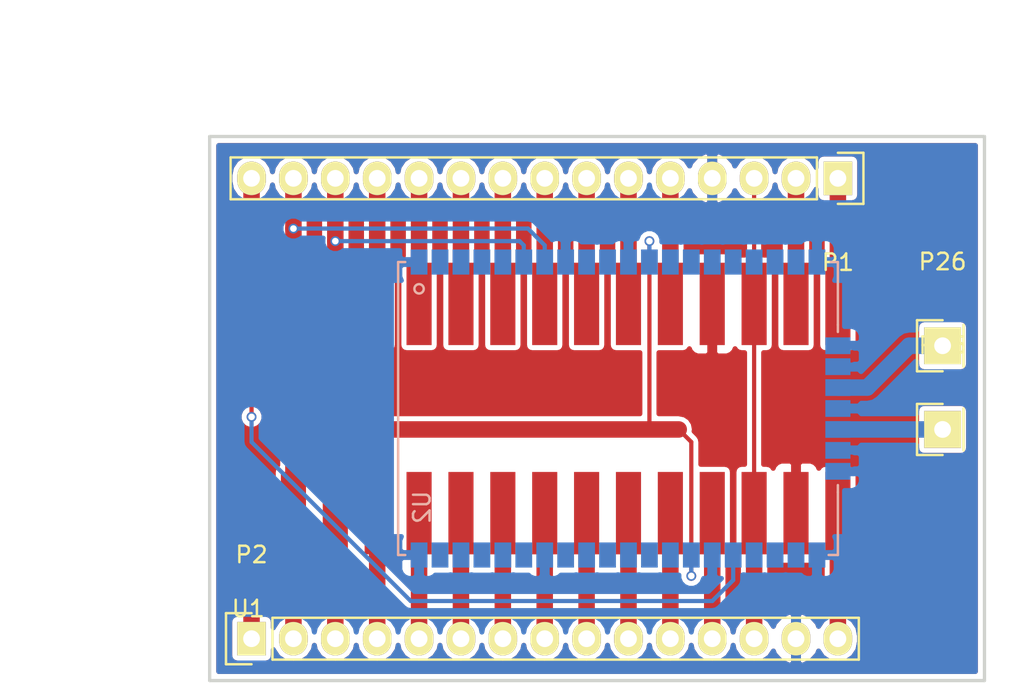
<source format=kicad_pcb>
(kicad_pcb (version 20171130) (host pcbnew "(5.1.12)-1")

  (general
    (thickness 1.6)
    (drawings 7)
    (tracks 62)
    (zones 0)
    (modules 6)
    (nets 31)
  )

  (page A4)
  (layers
    (0 F.Cu signal)
    (31 B.Cu signal)
    (32 B.Adhes user hide)
    (33 F.Adhes user hide)
    (34 B.Paste user hide)
    (35 F.Paste user hide)
    (36 B.SilkS user hide)
    (37 F.SilkS user hide)
    (38 B.Mask user hide)
    (39 F.Mask user hide)
    (40 Dwgs.User user hide)
    (41 Cmts.User user hide)
    (42 Eco1.User user hide)
    (43 Eco2.User user hide)
    (44 Edge.Cuts user)
    (45 Margin user hide)
    (46 B.CrtYd user hide)
    (47 F.CrtYd user hide)
    (48 B.Fab user hide)
    (49 F.Fab user)
  )

  (setup
    (last_trace_width 1)
    (trace_clearance 0.2)
    (zone_clearance 0.3)
    (zone_45_only yes)
    (trace_min 0.2)
    (via_size 0.6)
    (via_drill 0.4)
    (via_min_size 0.4)
    (via_min_drill 0.3)
    (uvia_size 0.3)
    (uvia_drill 0.1)
    (uvias_allowed no)
    (uvia_min_size 0.2)
    (uvia_min_drill 0.1)
    (edge_width 0.2)
    (segment_width 0.2)
    (pcb_text_width 0.3)
    (pcb_text_size 1.5 1.5)
    (mod_edge_width 0.15)
    (mod_text_size 1 1)
    (mod_text_width 0.15)
    (pad_size 1.524 1.524)
    (pad_drill 0.762)
    (pad_to_mask_clearance 0.2)
    (aux_axis_origin 0 0)
    (visible_elements 7FFFFFFF)
    (pcbplotparams
      (layerselection 0x01000_80000001)
      (usegerberextensions true)
      (usegerberattributes true)
      (usegerberadvancedattributes true)
      (creategerberjobfile true)
      (excludeedgelayer true)
      (linewidth 0.100000)
      (plotframeref false)
      (viasonmask false)
      (mode 1)
      (useauxorigin false)
      (hpglpennumber 1)
      (hpglpenspeed 20)
      (hpglpendiameter 15.000000)
      (psnegative false)
      (psa4output false)
      (plotreference false)
      (plotvalue false)
      (plotinvisibletext false)
      (padsonsilk false)
      (subtractmaskfromsilk false)
      (outputformat 1)
      (mirror false)
      (drillshape 0)
      (scaleselection 1)
      (outputdirectory "outputs/"))
  )

  (net 0 "")
  (net 1 Earth)
  (net 2 /ARDUINO_3V)
  (net 3 /SS_UART_RX)
  (net 4 /SS_UART_TX)
  (net 5 /RN_RESET)
  (net 6 /P12)
  (net 7 /P16)
  (net 8 /P1)
  (net 9 /P3)
  (net 10 /P4)
  (net 11 /P5)
  (net 12 /P6)
  (net 13 /P7)
  (net 14 /P8)
  (net 15 /P9)
  (net 16 /P10)
  (net 17 /P11)
  (net 18 /P13)
  (net 19 /P15)
  (net 20 /P17)
  (net 21 /P20)
  (net 22 /P21)
  (net 23 /P22)
  (net 24 /P23)
  (net 25 /P24)
  (net 26 /P25)
  (net 27 /P26)
  (net 28 /P27)
  (net 29 "Net-(P25-Pad1)")
  (net 30 "Net-(P26-Pad1)")

  (net_class Default "This is the default net class."
    (clearance 0.2)
    (trace_width 1)
    (via_dia 0.6)
    (via_drill 0.4)
    (uvia_dia 0.3)
    (uvia_drill 0.1)
    (add_net /ARDUINO_3V)
    (add_net /P1)
    (add_net /P10)
    (add_net /P11)
    (add_net /P12)
    (add_net /P13)
    (add_net /P15)
    (add_net /P16)
    (add_net /P17)
    (add_net /P20)
    (add_net /P21)
    (add_net /P22)
    (add_net /P23)
    (add_net /P24)
    (add_net /P25)
    (add_net /P26)
    (add_net /P27)
    (add_net /P3)
    (add_net /P4)
    (add_net /P5)
    (add_net /P6)
    (add_net /P7)
    (add_net /P8)
    (add_net /P9)
    (add_net /RN_RESET)
    (add_net /SS_UART_RX)
    (add_net /SS_UART_TX)
    (add_net Earth)
    (add_net "Net-(P25-Pad1)")
    (add_net "Net-(P26-Pad1)")
  )

  (module Socket_Strips:Socket_Strip_Straight_1x01 (layer F.Cu) (tedit 54E9F79C) (tstamp 56C73056)
    (at 142.24 81.28)
    (descr "Through hole socket strip")
    (tags "socket strip")
    (path /56C74B6E)
    (fp_text reference P25 (at 0 -5.1) (layer F.SilkS)
      (effects (font (size 1 1) (thickness 0.15)))
    )
    (fp_text value CONN_01X01 (at 0 -3.1) (layer F.Fab)
      (effects (font (size 1 1) (thickness 0.15)))
    )
    (fp_line (start -1.55 1.55) (end 0 1.55) (layer F.SilkS) (width 0.15))
    (fp_line (start -1.55 -1.55) (end -1.55 1.55) (layer F.SilkS) (width 0.15))
    (fp_line (start -1.55 -1.55) (end 0 -1.55) (layer F.SilkS) (width 0.15))
    (fp_line (start 1.27 1.27) (end 1.27 -1.27) (layer F.SilkS) (width 0.15))
    (fp_line (start -1.75 1.75) (end 1.75 1.75) (layer F.CrtYd) (width 0.05))
    (fp_line (start -1.75 -1.75) (end 1.75 -1.75) (layer F.CrtYd) (width 0.05))
    (fp_line (start 1.75 -1.75) (end 1.75 1.75) (layer F.CrtYd) (width 0.05))
    (fp_line (start -1.75 -1.75) (end -1.75 1.75) (layer F.CrtYd) (width 0.05))
    (pad 1 thru_hole rect (at 0 0) (size 2.2352 2.2352) (drill 1.016) (layers *.Cu *.Mask F.SilkS)
      (net 29 "Net-(P25-Pad1)"))
    (model Socket_Strips.3dshapes/Socket_Strip_Straight_1x01.wrl
      (at (xyz 0 0 0))
      (scale (xyz 1 1 1))
      (rotate (xyz 0 0 180))
    )
  )

  (module Socket_Strips:Socket_Strip_Straight_1x01 (layer F.Cu) (tedit 54E9F79C) (tstamp 56C7305B)
    (at 142.24 76.2)
    (descr "Through hole socket strip")
    (tags "socket strip")
    (path /56C7503B)
    (fp_text reference P26 (at 0 -5.1) (layer F.SilkS)
      (effects (font (size 1 1) (thickness 0.15)))
    )
    (fp_text value CONN_01X01 (at 0 -3.1) (layer F.Fab)
      (effects (font (size 1 1) (thickness 0.15)))
    )
    (fp_line (start -1.55 1.55) (end 0 1.55) (layer F.SilkS) (width 0.15))
    (fp_line (start -1.55 -1.55) (end -1.55 1.55) (layer F.SilkS) (width 0.15))
    (fp_line (start -1.55 -1.55) (end 0 -1.55) (layer F.SilkS) (width 0.15))
    (fp_line (start 1.27 1.27) (end 1.27 -1.27) (layer F.SilkS) (width 0.15))
    (fp_line (start -1.75 1.75) (end 1.75 1.75) (layer F.CrtYd) (width 0.05))
    (fp_line (start -1.75 -1.75) (end 1.75 -1.75) (layer F.CrtYd) (width 0.05))
    (fp_line (start 1.75 -1.75) (end 1.75 1.75) (layer F.CrtYd) (width 0.05))
    (fp_line (start -1.75 -1.75) (end -1.75 1.75) (layer F.CrtYd) (width 0.05))
    (pad 1 thru_hole rect (at 0 0) (size 2.2352 2.2352) (drill 1.016) (layers *.Cu *.Mask F.SilkS)
      (net 30 "Net-(P26-Pad1)"))
    (model Socket_Strips.3dshapes/Socket_Strip_Straight_1x01.wrl
      (at (xyz 0 0 0))
      (scale (xyz 1 1 1))
      (rotate (xyz 0 0 180))
    )
  )

  (module My_Library:RN2483 (layer B.Cu) (tedit 5643193A) (tstamp 56C730B0)
    (at 109.22 88.9 90)
    (path /56C7285F)
    (fp_text reference U2 (at 2.8956 1.4478 90) (layer B.SilkS)
      (effects (font (size 1 1) (thickness 0.15)) (justify mirror))
    )
    (fp_text value RN2483 (at 4.7752 24.2062 90) (layer B.Fab) hide
      (effects (font (size 1 1) (thickness 0.15)) (justify mirror))
    )
    (fp_line (start 0 0) (end 17.78 0) (layer B.SilkS) (width 0.15))
    (fp_line (start 0 26.67) (end 3.81 26.67) (layer B.SilkS) (width 0.15))
    (fp_line (start 13.97 26.67) (end 17.78 26.67) (layer B.SilkS) (width 0.15))
    (fp_line (start 3.81 26.67) (end 4.2418 26.67) (layer B.SilkS) (width 0.15))
    (fp_line (start 0 26.67) (end 0 26.1112) (layer B.SilkS) (width 0.15))
    (fp_line (start 13.97 26.67) (end 13.5382 26.67) (layer B.SilkS) (width 0.15))
    (fp_line (start 17.78 26.67) (end 17.78 26.2382) (layer B.SilkS) (width 0.15))
    (fp_line (start 17.78 0) (end 17.78 0.4318) (layer B.SilkS) (width 0.15))
    (fp_line (start 0 0) (end 0 0.4318) (layer B.SilkS) (width 0.15))
    (fp_circle (center 16.1544 1.27) (end 16.2814 1.016) (layer B.SilkS) (width 0.15))
    (pad 47 smd rect (at 0 1.27 90) (size 1.524 1.016) (layers B.Cu B.Paste B.Mask)
      (net 1 Earth))
    (pad 46 smd rect (at 0 2.54 90) (size 1.524 1.016) (layers B.Cu B.Paste B.Mask))
    (pad 45 smd rect (at 0 3.81 90) (size 1.524 1.016) (layers B.Cu B.Paste B.Mask))
    (pad 44 smd rect (at 0 5.08 90) (size 1.524 1.016) (layers B.Cu B.Paste B.Mask))
    (pad 43 smd rect (at 0 6.35 90) (size 1.524 1.016) (layers B.Cu B.Paste B.Mask))
    (pad 42 smd rect (at 0 7.62 90) (size 1.524 1.016) (layers B.Cu B.Paste B.Mask))
    (pad 41 smd rect (at 0 8.89 90) (size 1.524 1.016) (layers B.Cu B.Paste B.Mask)
      (net 1 Earth))
    (pad 40 smd rect (at 0 10.16 90) (size 1.524 1.016) (layers B.Cu B.Paste B.Mask))
    (pad 39 smd rect (at 0 11.43 90) (size 1.524 1.016) (layers B.Cu B.Paste B.Mask))
    (pad 38 smd rect (at 0 12.7 90) (size 1.524 1.016) (layers B.Cu B.Paste B.Mask))
    (pad 37 smd rect (at 0 13.97 90) (size 1.524 1.016) (layers B.Cu B.Paste B.Mask))
    (pad 36 smd rect (at 0 15.24 90) (size 1.524 1.016) (layers B.Cu B.Paste B.Mask))
    (pad 35 smd rect (at 0 16.51 90) (size 1.524 1.016) (layers B.Cu B.Paste B.Mask))
    (pad 34 smd rect (at 0 17.78 90) (size 1.524 1.016) (layers B.Cu B.Paste B.Mask)
      (net 2 /ARDUINO_3V))
    (pad 33 smd rect (at 0 19.05 90) (size 1.524 1.016) (layers B.Cu B.Paste B.Mask)
      (net 1 Earth))
    (pad 32 smd rect (at 0 20.32 90) (size 1.524 1.016) (layers B.Cu B.Paste B.Mask)
      (net 5 /RN_RESET))
    (pad 31 smd rect (at 0 21.59 90) (size 1.524 1.016) (layers B.Cu B.Paste B.Mask))
    (pad 30 smd rect (at 0 22.86 90) (size 1.524 1.016) (layers B.Cu B.Paste B.Mask))
    (pad 29 smd rect (at 0 24.13 90) (size 1.524 1.016) (layers B.Cu B.Paste B.Mask))
    (pad 28 smd rect (at 0 25.4 90) (size 1.524 1.016) (layers B.Cu B.Paste B.Mask)
      (net 1 Earth))
    (pad 20 smd rect (at 17.78 25.4 90) (size 1.524 1.016) (layers B.Cu B.Paste B.Mask)
      (net 1 Earth))
    (pad 27 smd rect (at 5.08 26.67 90) (size 1.016 1.524) (layers B.Cu B.Paste B.Mask)
      (net 1 Earth))
    (pad 26 smd rect (at 6.35 26.67 90) (size 1.016 1.524) (layers B.Cu B.Paste B.Mask)
      (net 1 Earth))
    (pad 25 smd rect (at 7.62 26.67 90) (size 1.016 1.524) (layers B.Cu B.Paste B.Mask)
      (net 29 "Net-(P25-Pad1)"))
    (pad 24 smd rect (at 8.89 26.67 90) (size 1.016 1.524) (layers B.Cu B.Paste B.Mask)
      (net 1 Earth))
    (pad 23 smd rect (at 10.16 26.67 90) (size 1.016 1.524) (layers B.Cu B.Paste B.Mask)
      (net 30 "Net-(P26-Pad1)"))
    (pad 22 smd rect (at 11.43 26.67 90) (size 1.016 1.524) (layers B.Cu B.Paste B.Mask)
      (net 1 Earth))
    (pad 21 smd rect (at 12.7 26.67 90) (size 1.016 1.524) (layers B.Cu B.Paste B.Mask)
      (net 1 Earth))
    (pad 19 smd rect (at 17.78 24.13 90) (size 1.524 1.016) (layers B.Cu B.Paste B.Mask))
    (pad 18 smd rect (at 17.78 22.86 90) (size 1.524 1.016) (layers B.Cu B.Paste B.Mask))
    (pad 17 smd rect (at 17.78 21.59 90) (size 1.524 1.016) (layers B.Cu B.Paste B.Mask))
    (pad 16 smd rect (at 17.78 20.32 90) (size 1.524 1.016) (layers B.Cu B.Paste B.Mask))
    (pad 15 smd rect (at 17.78 19.05 90) (size 1.524 1.016) (layers B.Cu B.Paste B.Mask))
    (pad 14 smd rect (at 17.78 17.78 90) (size 1.524 1.016) (layers B.Cu B.Paste B.Mask))
    (pad 13 smd rect (at 17.78 16.51 90) (size 1.524 1.016) (layers B.Cu B.Paste B.Mask))
    (pad 12 smd rect (at 17.78 15.24 90) (size 1.524 1.016) (layers B.Cu B.Paste B.Mask)
      (net 2 /ARDUINO_3V))
    (pad 11 smd rect (at 17.78 13.97 90) (size 1.524 1.016) (layers B.Cu B.Paste B.Mask)
      (net 1 Earth))
    (pad 10 smd rect (at 17.78 12.7 90) (size 1.524 1.016) (layers B.Cu B.Paste B.Mask))
    (pad 9 smd rect (at 17.78 11.43 90) (size 1.524 1.016) (layers B.Cu B.Paste B.Mask))
    (pad 8 smd rect (at 17.78 10.16 90) (size 1.524 1.016) (layers B.Cu B.Paste B.Mask)
      (net 1 Earth))
    (pad 7 smd rect (at 17.78 8.89 90) (size 1.524 1.016) (layers B.Cu B.Paste B.Mask)
      (net 4 /SS_UART_TX))
    (pad 6 smd rect (at 17.78 7.62 90) (size 1.524 1.016) (layers B.Cu B.Paste B.Mask)
      (net 3 /SS_UART_RX))
    (pad 5 smd rect (at 17.78 6.35 90) (size 1.524 1.016) (layers B.Cu B.Paste B.Mask))
    (pad 4 smd rect (at 17.78 5.08 90) (size 1.524 1.016) (layers B.Cu B.Paste B.Mask))
    (pad 3 smd rect (at 17.78 3.81 90) (size 1.524 1.016) (layers B.Cu B.Paste B.Mask))
    (pad 2 smd rect (at 17.78 2.54 90) (size 1.524 1.016) (layers B.Cu B.Paste B.Mask))
    (pad 1 smd rect (at 17.78 1.27 90) (size 1.524 1.016) (layers B.Cu B.Paste B.Mask)
      (net 1 Earth))
  )

  (module Socket_Strips:Socket_Strip_Straight_1x15 (layer F.Cu) (tedit 0) (tstamp 56C732A6)
    (at 135.89 66.04 180)
    (descr "Through hole socket strip")
    (tags "socket strip")
    (path /56C794D5)
    (fp_text reference P1 (at 0 -5.1 180) (layer F.SilkS)
      (effects (font (size 1 1) (thickness 0.15)))
    )
    (fp_text value CONN_01X15 (at 0 -3.1 180) (layer F.Fab)
      (effects (font (size 1 1) (thickness 0.15)))
    )
    (fp_line (start -1.55 -1.55) (end -1.55 1.55) (layer F.SilkS) (width 0.15))
    (fp_line (start 0 -1.55) (end -1.55 -1.55) (layer F.SilkS) (width 0.15))
    (fp_line (start 1.27 1.27) (end 1.27 -1.27) (layer F.SilkS) (width 0.15))
    (fp_line (start -1.55 1.55) (end 0 1.55) (layer F.SilkS) (width 0.15))
    (fp_line (start 36.83 1.27) (end 1.27 1.27) (layer F.SilkS) (width 0.15))
    (fp_line (start 36.83 -1.27) (end 36.83 1.27) (layer F.SilkS) (width 0.15))
    (fp_line (start 1.27 -1.27) (end 36.83 -1.27) (layer F.SilkS) (width 0.15))
    (fp_line (start -1.75 1.75) (end 37.35 1.75) (layer F.CrtYd) (width 0.05))
    (fp_line (start -1.75 -1.75) (end 37.35 -1.75) (layer F.CrtYd) (width 0.05))
    (fp_line (start 37.35 -1.75) (end 37.35 1.75) (layer F.CrtYd) (width 0.05))
    (fp_line (start -1.75 -1.75) (end -1.75 1.75) (layer F.CrtYd) (width 0.05))
    (pad 1 thru_hole rect (at 0 0 180) (size 1.7272 2.032) (drill 1.016) (layers *.Cu *.Mask F.SilkS)
      (net 7 /P16))
    (pad 2 thru_hole oval (at 2.54 0 180) (size 1.7272 2.032) (drill 1.016) (layers *.Cu *.Mask F.SilkS)
      (net 20 /P17))
    (pad 3 thru_hole oval (at 5.08 0 180) (size 1.7272 2.032) (drill 1.016) (layers *.Cu *.Mask F.SilkS)
      (net 18 /P13))
    (pad 4 thru_hole oval (at 7.62 0 180) (size 1.7272 2.032) (drill 1.016) (layers *.Cu *.Mask F.SilkS)
      (net 1 Earth))
    (pad 5 thru_hole oval (at 10.16 0 180) (size 1.7272 2.032) (drill 1.016) (layers *.Cu *.Mask F.SilkS)
      (net 21 /P20))
    (pad 6 thru_hole oval (at 12.7 0 180) (size 1.7272 2.032) (drill 1.016) (layers *.Cu *.Mask F.SilkS)
      (net 22 /P21))
    (pad 7 thru_hole oval (at 15.24 0 180) (size 1.7272 2.032) (drill 1.016) (layers *.Cu *.Mask F.SilkS)
      (net 23 /P22))
    (pad 8 thru_hole oval (at 17.78 0 180) (size 1.7272 2.032) (drill 1.016) (layers *.Cu *.Mask F.SilkS)
      (net 24 /P23))
    (pad 9 thru_hole oval (at 20.32 0 180) (size 1.7272 2.032) (drill 1.016) (layers *.Cu *.Mask F.SilkS)
      (net 25 /P24))
    (pad 10 thru_hole oval (at 22.86 0 180) (size 1.7272 2.032) (drill 1.016) (layers *.Cu *.Mask F.SilkS)
      (net 26 /P25))
    (pad 11 thru_hole oval (at 25.4 0 180) (size 1.7272 2.032) (drill 1.016) (layers *.Cu *.Mask F.SilkS)
      (net 27 /P26))
    (pad 12 thru_hole oval (at 27.94 0 180) (size 1.7272 2.032) (drill 1.016) (layers *.Cu *.Mask F.SilkS)
      (net 28 /P27))
    (pad 13 thru_hole oval (at 30.48 0 180) (size 1.7272 2.032) (drill 1.016) (layers *.Cu *.Mask F.SilkS)
      (net 3 /SS_UART_RX))
    (pad 14 thru_hole oval (at 33.02 0 180) (size 1.7272 2.032) (drill 1.016) (layers *.Cu *.Mask F.SilkS)
      (net 4 /SS_UART_TX))
    (pad 15 thru_hole oval (at 35.56 0 180) (size 1.7272 2.032) (drill 1.016) (layers *.Cu *.Mask F.SilkS)
      (net 5 /RN_RESET))
    (model Socket_Strips.3dshapes/Socket_Strip_Straight_1x15.wrl
      (offset (xyz 17.77999973297119 0 0))
      (scale (xyz 1 1 1))
      (rotate (xyz 0 0 180))
    )
  )

  (module Socket_Strips:Socket_Strip_Straight_1x15 (layer F.Cu) (tedit 0) (tstamp 56C732B8)
    (at 100.33 93.98)
    (descr "Through hole socket strip")
    (tags "socket strip")
    (path /56C79532)
    (fp_text reference P2 (at 0 -5.1) (layer F.SilkS)
      (effects (font (size 1 1) (thickness 0.15)))
    )
    (fp_text value CONN_01X15 (at 0 -3.1) (layer F.Fab)
      (effects (font (size 1 1) (thickness 0.15)))
    )
    (fp_line (start -1.55 -1.55) (end -1.55 1.55) (layer F.SilkS) (width 0.15))
    (fp_line (start 0 -1.55) (end -1.55 -1.55) (layer F.SilkS) (width 0.15))
    (fp_line (start 1.27 1.27) (end 1.27 -1.27) (layer F.SilkS) (width 0.15))
    (fp_line (start -1.55 1.55) (end 0 1.55) (layer F.SilkS) (width 0.15))
    (fp_line (start 36.83 1.27) (end 1.27 1.27) (layer F.SilkS) (width 0.15))
    (fp_line (start 36.83 -1.27) (end 36.83 1.27) (layer F.SilkS) (width 0.15))
    (fp_line (start 1.27 -1.27) (end 36.83 -1.27) (layer F.SilkS) (width 0.15))
    (fp_line (start -1.75 1.75) (end 37.35 1.75) (layer F.CrtYd) (width 0.05))
    (fp_line (start -1.75 -1.75) (end 37.35 -1.75) (layer F.CrtYd) (width 0.05))
    (fp_line (start 37.35 -1.75) (end 37.35 1.75) (layer F.CrtYd) (width 0.05))
    (fp_line (start -1.75 -1.75) (end -1.75 1.75) (layer F.CrtYd) (width 0.05))
    (pad 1 thru_hole rect (at 0 0) (size 1.7272 2.032) (drill 1.016) (layers *.Cu *.Mask F.SilkS)
      (net 8 /P1))
    (pad 2 thru_hole oval (at 2.54 0) (size 1.7272 2.032) (drill 1.016) (layers *.Cu *.Mask F.SilkS)
      (net 2 /ARDUINO_3V))
    (pad 3 thru_hole oval (at 5.08 0) (size 1.7272 2.032) (drill 1.016) (layers *.Cu *.Mask F.SilkS)
      (net 9 /P3))
    (pad 4 thru_hole oval (at 7.62 0) (size 1.7272 2.032) (drill 1.016) (layers *.Cu *.Mask F.SilkS)
      (net 10 /P4))
    (pad 5 thru_hole oval (at 10.16 0) (size 1.7272 2.032) (drill 1.016) (layers *.Cu *.Mask F.SilkS)
      (net 11 /P5))
    (pad 6 thru_hole oval (at 12.7 0) (size 1.7272 2.032) (drill 1.016) (layers *.Cu *.Mask F.SilkS)
      (net 12 /P6))
    (pad 7 thru_hole oval (at 15.24 0) (size 1.7272 2.032) (drill 1.016) (layers *.Cu *.Mask F.SilkS)
      (net 13 /P7))
    (pad 8 thru_hole oval (at 17.78 0) (size 1.7272 2.032) (drill 1.016) (layers *.Cu *.Mask F.SilkS)
      (net 14 /P8))
    (pad 9 thru_hole oval (at 20.32 0) (size 1.7272 2.032) (drill 1.016) (layers *.Cu *.Mask F.SilkS)
      (net 15 /P9))
    (pad 10 thru_hole oval (at 22.86 0) (size 1.7272 2.032) (drill 1.016) (layers *.Cu *.Mask F.SilkS)
      (net 16 /P10))
    (pad 11 thru_hole oval (at 25.4 0) (size 1.7272 2.032) (drill 1.016) (layers *.Cu *.Mask F.SilkS)
      (net 17 /P11))
    (pad 12 thru_hole oval (at 27.94 0) (size 1.7272 2.032) (drill 1.016) (layers *.Cu *.Mask F.SilkS)
      (net 6 /P12))
    (pad 13 thru_hole oval (at 30.48 0) (size 1.7272 2.032) (drill 1.016) (layers *.Cu *.Mask F.SilkS)
      (net 18 /P13))
    (pad 14 thru_hole oval (at 33.02 0) (size 1.7272 2.032) (drill 1.016) (layers *.Cu *.Mask F.SilkS)
      (net 1 Earth))
    (pad 15 thru_hole oval (at 35.56 0) (size 1.7272 2.032) (drill 1.016) (layers *.Cu *.Mask F.SilkS)
      (net 19 /P15))
    (model Socket_Strips.3dshapes/Socket_Strip_Straight_1x15.wrl
      (offset (xyz 17.77999973297119 0 0))
      (scale (xyz 1 1 1))
      (rotate (xyz 0 0 180))
    )
  )

  (module My_Library:SMT_ARDUINO_NANO (layer F.Cu) (tedit 56C738D6) (tstamp 56C73B77)
    (at 100.33 86.36)
    (path /56C72786)
    (fp_text reference U1 (at -0.2 5.8) (layer F.SilkS)
      (effects (font (size 1 1) (thickness 0.15)))
    )
    (fp_text value arduino_mini (at 0.3 4.3) (layer F.Fab)
      (effects (font (size 1 1) (thickness 0.15)))
    )
    (pad 1 smd rect (at 0 0) (size 1.524 5) (layers F.Cu F.Paste F.Mask)
      (net 8 /P1))
    (pad 2 smd rect (at 2.54 0) (size 1.524 5) (layers F.Cu F.Paste F.Mask)
      (net 2 /ARDUINO_3V))
    (pad 3 smd rect (at 5.08 0) (size 1.524 5) (layers F.Cu F.Paste F.Mask)
      (net 9 /P3))
    (pad 4 smd rect (at 7.62 0) (size 1.524 5) (layers F.Cu F.Paste F.Mask)
      (net 10 /P4))
    (pad 5 smd rect (at 10.16 0) (size 1.524 5) (layers F.Cu F.Paste F.Mask)
      (net 11 /P5))
    (pad 6 smd rect (at 12.7 0) (size 1.524 5) (layers F.Cu F.Paste F.Mask)
      (net 12 /P6))
    (pad 7 smd rect (at 15.24 0) (size 1.524 5) (layers F.Cu F.Paste F.Mask)
      (net 13 /P7))
    (pad 8 smd rect (at 17.78 0) (size 1.524 5) (layers F.Cu F.Paste F.Mask)
      (net 14 /P8))
    (pad 9 smd rect (at 20.32 0) (size 1.524 5) (layers F.Cu F.Paste F.Mask)
      (net 15 /P9))
    (pad 10 smd rect (at 22.86 0) (size 1.524 5) (layers F.Cu F.Paste F.Mask)
      (net 16 /P10))
    (pad 11 smd rect (at 25.4 0) (size 1.524 5) (layers F.Cu F.Paste F.Mask)
      (net 17 /P11))
    (pad 12 smd rect (at 27.94 0) (size 1.524 5) (layers F.Cu F.Paste F.Mask)
      (net 6 /P12))
    (pad 13 smd rect (at 30.48 0) (size 1.524 5) (layers F.Cu F.Paste F.Mask)
      (net 18 /P13))
    (pad 14 smd rect (at 33.02 0) (size 1.524 5) (layers F.Cu F.Paste F.Mask)
      (net 1 Earth))
    (pad 15 smd rect (at 35.56 0) (size 1.524 5) (layers F.Cu F.Paste F.Mask)
      (net 19 /P15))
    (pad 16 smd rect (at 35.56 -12.7) (size 1.524 5) (layers F.Cu F.Paste F.Mask)
      (net 7 /P16))
    (pad 17 smd rect (at 33.02 -12.7) (size 1.524 5) (layers F.Cu F.Paste F.Mask)
      (net 20 /P17))
    (pad 18 smd rect (at 30.48 -12.7) (size 1.524 5) (layers F.Cu F.Paste F.Mask)
      (net 18 /P13))
    (pad 19 smd rect (at 27.94 -12.7) (size 1.524 5) (layers F.Cu F.Paste F.Mask)
      (net 1 Earth))
    (pad 20 smd rect (at 25.4 -12.7) (size 1.524 5) (layers F.Cu F.Paste F.Mask)
      (net 21 /P20))
    (pad 21 smd rect (at 22.86 -12.7) (size 1.524 5) (layers F.Cu F.Paste F.Mask)
      (net 22 /P21))
    (pad 22 smd rect (at 20.32 -12.7) (size 1.524 5) (layers F.Cu F.Paste F.Mask)
      (net 23 /P22))
    (pad 23 smd rect (at 17.78 -12.7) (size 1.524 5) (layers F.Cu F.Paste F.Mask)
      (net 24 /P23))
    (pad 24 smd rect (at 15.24 -12.7) (size 1.524 5) (layers F.Cu F.Paste F.Mask)
      (net 25 /P24))
    (pad 25 smd rect (at 12.7 -12.7) (size 1.524 5) (layers F.Cu F.Paste F.Mask)
      (net 26 /P25))
    (pad 26 smd rect (at 10.16 -12.7) (size 1.524 5) (layers F.Cu F.Paste F.Mask)
      (net 27 /P26))
    (pad 27 smd rect (at 7.62 -12.7) (size 1.524 5) (layers F.Cu F.Paste F.Mask)
      (net 28 /P27))
    (pad 28 smd rect (at 5.08 -12.7) (size 1.524 5) (layers F.Cu F.Paste F.Mask)
      (net 3 /SS_UART_RX))
    (pad 29 smd rect (at 2.54 -12.7) (size 1.524 5) (layers F.Cu F.Paste F.Mask)
      (net 4 /SS_UART_TX))
    (pad 30 smd rect (at 0 -12.7) (size 1.524 5) (layers F.Cu F.Paste F.Mask)
      (net 5 /RN_RESET))
  )

  (dimension 33.02 (width 0.3) (layer F.Fab)
    (gr_text "33.020 mm" (at 91.36 80.01 270) (layer F.Fab)
      (effects (font (size 1.5 1.5) (thickness 0.3)))
    )
    (feature1 (pts (xy 97.79 96.52) (xy 90.01 96.52)))
    (feature2 (pts (xy 97.79 63.5) (xy 90.01 63.5)))
    (crossbar (pts (xy 92.71 63.5) (xy 92.71 96.52)))
    (arrow1a (pts (xy 92.71 96.52) (xy 92.123579 95.393496)))
    (arrow1b (pts (xy 92.71 96.52) (xy 93.296421 95.393496)))
    (arrow2a (pts (xy 92.71 63.5) (xy 92.123579 64.626504)))
    (arrow2b (pts (xy 92.71 63.5) (xy 93.296421 64.626504)))
  )
  (dimension 46.99 (width 0.3) (layer F.Fab)
    (gr_text "46.990 mm" (at 121.285 57.07) (layer F.Fab)
      (effects (font (size 1.5 1.5) (thickness 0.3)))
    )
    (feature1 (pts (xy 144.78 63.5) (xy 144.78 55.72)))
    (feature2 (pts (xy 97.79 63.5) (xy 97.79 55.72)))
    (crossbar (pts (xy 97.79 58.42) (xy 144.78 58.42)))
    (arrow1a (pts (xy 144.78 58.42) (xy 143.653496 59.006421)))
    (arrow1b (pts (xy 144.78 58.42) (xy 143.653496 57.833579)))
    (arrow2a (pts (xy 97.79 58.42) (xy 98.916504 59.006421)))
    (arrow2b (pts (xy 97.79 58.42) (xy 98.916504 57.833579)))
  )
  (gr_line (start 97.79 63.5) (end 144.78 63.5) (angle 90) (layer Edge.Cuts) (width 0.2))
  (gr_line (start 97.79 96.52) (end 97.79 63.5) (angle 90) (layer Edge.Cuts) (width 0.2))
  (gr_line (start 144.78 96.52) (end 97.79 96.52) (angle 90) (layer Edge.Cuts) (width 0.2))
  (gr_line (start 144.78 63.5) (end 144.78 96.52) (angle 90) (layer Edge.Cuts) (width 0.2))
  (gr_text "2016 TTN\nEnschede" (at 140.97 95.25 90) (layer F.Cu)
    (effects (font (size 1.5 1.5) (thickness 0.3)) (justify left))
  )

  (segment (start 124.46 81.28) (end 124.46 69.85) (width 0.254) (layer F.Cu) (net 2))
  (segment (start 124.46 69.85) (end 124.46 71.12) (width 0.254) (layer B.Cu) (net 2) (tstamp 56C73D2D))
  (via (at 124.46 69.85) (size 0.6) (drill 0.4) (layers F.Cu B.Cu) (net 2))
  (segment (start 126.238 81.28) (end 127 82.042) (width 0.254) (layer F.Cu) (net 2))
  (segment (start 102.87 82.804) (end 104.394 81.28) (width 1) (layer F.Cu) (net 2) (tstamp 56C73D1E))
  (segment (start 104.394 81.28) (end 124.46 81.28) (width 1) (layer F.Cu) (net 2) (tstamp 56C73D1F))
  (segment (start 124.46 81.28) (end 126.238 81.28) (width 1) (layer F.Cu) (net 2) (tstamp 56C73D29))
  (segment (start 102.87 86.36) (end 102.87 82.804) (width 1) (layer F.Cu) (net 2))
  (segment (start 127 90.17) (end 127 88.9) (width 0.254) (layer B.Cu) (net 2) (tstamp 56C73D26))
  (via (at 127 90.17) (size 0.6) (drill 0.4) (layers F.Cu B.Cu) (net 2))
  (segment (start 127 82.042) (end 127 90.17) (width 0.254) (layer F.Cu) (net 2) (tstamp 56C73D23))
  (segment (start 102.87 93.98) (end 102.87 86.36) (width 1) (layer F.Cu) (net 2))
  (segment (start 116.84 71.12) (end 116.84 70.104) (width 0.254) (layer B.Cu) (net 3))
  (via (at 105.41 69.85) (size 0.6) (drill 0.4) (layers F.Cu B.Cu) (net 3))
  (segment (start 106.426 69.85) (end 105.41 69.85) (width 0.254) (layer B.Cu) (net 3) (tstamp 56C74196))
  (segment (start 116.586 69.85) (end 106.426 69.85) (width 0.254) (layer B.Cu) (net 3) (tstamp 56C74193))
  (segment (start 116.84 70.104) (end 116.586 69.85) (width 0.254) (layer B.Cu) (net 3) (tstamp 56C74191))
  (segment (start 105.41 73.025) (end 105.41 69.85) (width 1) (layer F.Cu) (net 3))
  (segment (start 105.41 69.85) (end 105.41 66.04) (width 1) (layer F.Cu) (net 3) (tstamp 56C741A3))
  (segment (start 118.11 71.12) (end 118.11 70.104) (width 0.254) (layer B.Cu) (net 4))
  (via (at 102.87 69.088) (size 0.6) (drill 0.4) (layers F.Cu B.Cu) (net 4))
  (segment (start 117.094 69.088) (end 102.87 69.088) (width 0.254) (layer B.Cu) (net 4) (tstamp 56C741A8))
  (segment (start 118.11 70.104) (end 117.094 69.088) (width 0.254) (layer B.Cu) (net 4) (tstamp 56C741A6))
  (segment (start 102.87 73.025) (end 102.87 69.088) (width 1) (layer F.Cu) (net 4))
  (segment (start 102.87 69.088) (end 102.87 66.04) (width 1) (layer F.Cu) (net 4) (tstamp 56C741B3))
  (segment (start 129.54 88.9) (end 129.54 90.424) (width 0.254) (layer B.Cu) (net 5) (status 400000))
  (segment (start 100.33 80.518) (end 100.33 73.66) (width 0.254) (layer F.Cu) (net 5) (tstamp 56C74037))
  (via (at 100.33 80.518) (size 0.6) (drill 0.4) (layers F.Cu B.Cu) (net 5))
  (segment (start 100.33 82.042) (end 100.33 80.518) (width 0.254) (layer B.Cu) (net 5) (tstamp 56C7402B))
  (segment (start 109.982 91.694) (end 100.33 82.042) (width 0.254) (layer B.Cu) (net 5) (tstamp 56C74025))
  (segment (start 128.27 91.694) (end 109.982 91.694) (width 0.254) (layer B.Cu) (net 5) (tstamp 56C74024))
  (segment (start 129.54 90.424) (end 128.27 91.694) (width 0.254) (layer B.Cu) (net 5) (tstamp 56C74021))
  (segment (start 100.33 73.025) (end 100.33 66.04) (width 1) (layer F.Cu) (net 5))
  (segment (start 128.27 86.36) (end 128.27 93.98) (width 1) (layer F.Cu) (net 6))
  (segment (start 135.89 73.025) (end 135.89 66.04) (width 1) (layer F.Cu) (net 7))
  (segment (start 100.33 93.98) (end 100.33 86.36) (width 1) (layer F.Cu) (net 8))
  (segment (start 105.41 93.98) (end 105.41 86.36) (width 1) (layer F.Cu) (net 9))
  (segment (start 107.95 93.98) (end 107.95 86.36) (width 1) (layer F.Cu) (net 10))
  (segment (start 110.49 93.98) (end 110.49 86.36) (width 1) (layer F.Cu) (net 11))
  (segment (start 113.03 93.98) (end 113.03 86.36) (width 1) (layer F.Cu) (net 12))
  (segment (start 115.57 93.98) (end 115.57 86.36) (width 1) (layer F.Cu) (net 13))
  (segment (start 118.11 93.98) (end 118.11 86.36) (width 1) (layer F.Cu) (net 14))
  (segment (start 120.65 93.98) (end 120.65 86.36) (width 1) (layer F.Cu) (net 15))
  (segment (start 123.19 93.98) (end 123.19 86.36) (width 1) (layer F.Cu) (net 16))
  (segment (start 125.73 93.98) (end 125.73 86.36) (width 1) (layer F.Cu) (net 17))
  (segment (start 130.81 86.36) (end 130.81 73.66) (width 0.254) (layer F.Cu) (net 18))
  (segment (start 130.81 73.66) (end 130.81 66.04) (width 0.254) (layer F.Cu) (net 18) (tstamp 56C73FF0))
  (segment (start 130.81 93.98) (end 130.81 86.36) (width 1) (layer F.Cu) (net 18))
  (segment (start 135.89 86.36) (end 135.89 93.98) (width 1) (layer F.Cu) (net 19))
  (segment (start 133.35 73.025) (end 133.35 66.04) (width 1) (layer F.Cu) (net 20))
  (segment (start 125.73 73.025) (end 125.73 66.04) (width 1) (layer F.Cu) (net 21))
  (segment (start 123.19 73.025) (end 123.19 66.04) (width 1) (layer F.Cu) (net 22))
  (segment (start 120.65 73.025) (end 120.65 66.04) (width 1) (layer F.Cu) (net 23))
  (segment (start 118.11 73.025) (end 118.11 66.04) (width 1) (layer F.Cu) (net 24))
  (segment (start 115.57 73.025) (end 115.57 66.04) (width 1) (layer F.Cu) (net 25))
  (segment (start 113.03 73.025) (end 113.03 66.04) (width 1) (layer F.Cu) (net 26))
  (segment (start 110.49 73.025) (end 110.49 66.04) (width 1) (layer F.Cu) (net 27))
  (segment (start 107.95 73.025) (end 107.95 66.04) (width 1) (layer F.Cu) (net 28))
  (segment (start 135.89 81.28) (end 142.24 81.28) (width 1) (layer B.Cu) (net 29))
  (segment (start 135.89 78.74) (end 137.668 78.74) (width 1) (layer B.Cu) (net 30))
  (segment (start 140.208 76.2) (end 142.24 76.2) (width 1) (layer B.Cu) (net 30) (tstamp 56C74479))
  (segment (start 137.668 78.74) (end 140.208 76.2) (width 1) (layer B.Cu) (net 30) (tstamp 56C74471))

  (zone (net 1) (net_name Earth) (layer F.Cu) (tstamp 56C7459F) (hatch edge 0.508)
    (connect_pads (clearance 0.3))
    (min_thickness 0.3)
    (fill yes (arc_segments 16) (thermal_gap 0.508) (thermal_bridge_width 0.6))
    (polygon
      (pts
        (xy 97.79 63.5) (xy 144.78 63.5) (xy 144.78 96.52) (xy 97.79 96.52)
      )
    )
    (filled_polygon
      (pts
        (xy 144.23 95.97) (xy 98.34 95.97) (xy 98.34 92.964) (xy 99.007584 92.964) (xy 99.007584 94.996)
        (xy 99.038962 95.16276) (xy 99.137517 95.315919) (xy 99.287895 95.418668) (xy 99.4664 95.454816) (xy 101.1936 95.454816)
        (xy 101.36036 95.423438) (xy 101.513519 95.324883) (xy 101.616268 95.174505) (xy 101.652416 94.996) (xy 101.652416 94.643825)
        (xy 101.656392 94.663814) (xy 101.941145 95.089976) (xy 102.367307 95.374729) (xy 102.87 95.474721) (xy 103.372693 95.374729)
        (xy 103.798855 95.089976) (xy 104.083608 94.663814) (xy 104.14 94.380313) (xy 104.196392 94.663814) (xy 104.481145 95.089976)
        (xy 104.907307 95.374729) (xy 105.41 95.474721) (xy 105.912693 95.374729) (xy 106.338855 95.089976) (xy 106.623608 94.663814)
        (xy 106.68 94.380313) (xy 106.736392 94.663814) (xy 107.021145 95.089976) (xy 107.447307 95.374729) (xy 107.95 95.474721)
        (xy 108.452693 95.374729) (xy 108.878855 95.089976) (xy 109.163608 94.663814) (xy 109.22 94.380313) (xy 109.276392 94.663814)
        (xy 109.561145 95.089976) (xy 109.987307 95.374729) (xy 110.49 95.474721) (xy 110.992693 95.374729) (xy 111.418855 95.089976)
        (xy 111.703608 94.663814) (xy 111.76 94.380313) (xy 111.816392 94.663814) (xy 112.101145 95.089976) (xy 112.527307 95.374729)
        (xy 113.03 95.474721) (xy 113.532693 95.374729) (xy 113.958855 95.089976) (xy 114.243608 94.663814) (xy 114.3 94.380313)
        (xy 114.356392 94.663814) (xy 114.641145 95.089976) (xy 115.067307 95.374729) (xy 115.57 95.474721) (xy 116.072693 95.374729)
        (xy 116.498855 95.089976) (xy 116.783608 94.663814) (xy 116.84 94.380313) (xy 116.896392 94.663814) (xy 117.181145 95.089976)
        (xy 117.607307 95.374729) (xy 118.11 95.474721) (xy 118.612693 95.374729) (xy 119.038855 95.089976) (xy 119.323608 94.663814)
        (xy 119.38 94.380313) (xy 119.436392 94.663814) (xy 119.721145 95.089976) (xy 120.147307 95.374729) (xy 120.65 95.474721)
        (xy 121.152693 95.374729) (xy 121.578855 95.089976) (xy 121.863608 94.663814) (xy 121.92 94.380313) (xy 121.976392 94.663814)
        (xy 122.261145 95.089976) (xy 122.687307 95.374729) (xy 123.19 95.474721) (xy 123.692693 95.374729) (xy 124.118855 95.089976)
        (xy 124.403608 94.663814) (xy 124.46 94.380313) (xy 124.516392 94.663814) (xy 124.801145 95.089976) (xy 125.227307 95.374729)
        (xy 125.73 95.474721) (xy 126.232693 95.374729) (xy 126.658855 95.089976) (xy 126.943608 94.663814) (xy 127 94.380313)
        (xy 127.056392 94.663814) (xy 127.341145 95.089976) (xy 127.767307 95.374729) (xy 128.27 95.474721) (xy 128.772693 95.374729)
        (xy 129.198855 95.089976) (xy 129.483608 94.663814) (xy 129.54 94.380313) (xy 129.596392 94.663814) (xy 129.881145 95.089976)
        (xy 130.307307 95.374729) (xy 130.81 95.474721) (xy 131.312693 95.374729) (xy 131.738855 95.089976) (xy 131.979467 94.729876)
        (xy 132.051268 94.92545) (xy 132.453615 95.362086) (xy 132.964976 95.604481) (xy 133.2 95.481185) (xy 133.2 94.13)
        (xy 133.18 94.13) (xy 133.18 93.83) (xy 133.2 93.83) (xy 133.2 92.478815) (xy 132.964976 92.355519)
        (xy 132.453615 92.597914) (xy 132.051268 93.03455) (xy 131.979467 93.230124) (xy 131.76 92.90167) (xy 131.76 89.27377)
        (xy 131.891919 89.188883) (xy 131.966687 89.079456) (xy 132.030175 89.232727) (xy 132.215273 89.417826) (xy 132.457116 89.518)
        (xy 133.0355 89.518) (xy 133.2 89.3535) (xy 133.2 86.51) (xy 133.18 86.51) (xy 133.18 86.21)
        (xy 133.2 86.21) (xy 133.2 83.3665) (xy 133.5 83.3665) (xy 133.5 86.21) (xy 133.52 86.21)
        (xy 133.52 86.51) (xy 133.5 86.51) (xy 133.5 89.3535) (xy 133.6645 89.518) (xy 134.242884 89.518)
        (xy 134.484727 89.417826) (xy 134.669825 89.232727) (xy 134.733766 89.078361) (xy 134.799117 89.179919) (xy 134.94 89.27618)
        (xy 134.94 92.90167) (xy 134.720533 93.230124) (xy 134.648732 93.03455) (xy 134.246385 92.597914) (xy 133.735024 92.355519)
        (xy 133.5 92.478815) (xy 133.5 93.83) (xy 133.52 93.83) (xy 133.52 94.13) (xy 133.5 94.13)
        (xy 133.5 95.481185) (xy 133.735024 95.604481) (xy 134.246385 95.362086) (xy 134.648732 94.92545) (xy 134.720533 94.729876)
        (xy 134.961145 95.089976) (xy 135.387307 95.374729) (xy 135.89 95.474721) (xy 136.392693 95.374729) (xy 136.818855 95.089976)
        (xy 137.103608 94.663814) (xy 137.2036 94.161121) (xy 137.2036 93.798879) (xy 137.103608 93.296186) (xy 136.84 92.90167)
        (xy 136.84 89.27377) (xy 136.971919 89.188883) (xy 137.074668 89.038505) (xy 137.110816 88.86) (xy 137.110816 83.935716)
        (xy 137.82 83.935716) (xy 137.82 95.85) (xy 143.82 95.85) (xy 143.82 83.935716) (xy 137.82 83.935716)
        (xy 137.110816 83.935716) (xy 137.110816 83.86) (xy 137.079438 83.69324) (xy 136.980883 83.540081) (xy 136.830505 83.437332)
        (xy 136.652 83.401184) (xy 135.128 83.401184) (xy 134.96124 83.432562) (xy 134.808081 83.531117) (xy 134.733313 83.640544)
        (xy 134.669825 83.487273) (xy 134.484727 83.302174) (xy 134.242884 83.202) (xy 133.6645 83.202) (xy 133.5 83.3665)
        (xy 133.2 83.3665) (xy 133.0355 83.202) (xy 132.457116 83.202) (xy 132.215273 83.302174) (xy 132.030175 83.487273)
        (xy 131.966234 83.641639) (xy 131.900883 83.540081) (xy 131.750505 83.437332) (xy 131.572 83.401184) (xy 131.387 83.401184)
        (xy 131.387 80.1624) (xy 140.663584 80.1624) (xy 140.663584 82.3976) (xy 140.694962 82.56436) (xy 140.793517 82.717519)
        (xy 140.943895 82.820268) (xy 141.1224 82.856416) (xy 143.3576 82.856416) (xy 143.52436 82.825038) (xy 143.677519 82.726483)
        (xy 143.780268 82.576105) (xy 143.816416 82.3976) (xy 143.816416 80.1624) (xy 143.785038 79.99564) (xy 143.686483 79.842481)
        (xy 143.536105 79.739732) (xy 143.3576 79.703584) (xy 141.1224 79.703584) (xy 140.95564 79.734962) (xy 140.802481 79.833517)
        (xy 140.699732 79.983895) (xy 140.663584 80.1624) (xy 131.387 80.1624) (xy 131.387 76.618816) (xy 131.572 76.618816)
        (xy 131.73876 76.587438) (xy 131.891919 76.488883) (xy 131.994668 76.338505) (xy 132.030816 76.16) (xy 132.030816 71.16)
        (xy 131.999438 70.99324) (xy 131.900883 70.840081) (xy 131.750505 70.737332) (xy 131.572 70.701184) (xy 131.387 70.701184)
        (xy 131.387 67.385079) (xy 131.738855 67.149976) (xy 132.023608 66.723814) (xy 132.08 66.440313) (xy 132.136392 66.723814)
        (xy 132.4 67.11833) (xy 132.4 70.74623) (xy 132.268081 70.831117) (xy 132.165332 70.981495) (xy 132.129184 71.16)
        (xy 132.129184 76.16) (xy 132.160562 76.32676) (xy 132.259117 76.479919) (xy 132.409495 76.582668) (xy 132.588 76.618816)
        (xy 134.112 76.618816) (xy 134.27876 76.587438) (xy 134.431919 76.488883) (xy 134.534668 76.338505) (xy 134.570816 76.16)
        (xy 134.570816 71.16) (xy 134.539438 70.99324) (xy 134.440883 70.840081) (xy 134.3 70.74382) (xy 134.3 67.11833)
        (xy 134.563608 66.723814) (xy 134.567584 66.703825) (xy 134.567584 67.056) (xy 134.598962 67.22276) (xy 134.697517 67.375919)
        (xy 134.847895 67.478668) (xy 134.94 67.49732) (xy 134.94 70.74623) (xy 134.808081 70.831117) (xy 134.705332 70.981495)
        (xy 134.669184 71.16) (xy 134.669184 76.16) (xy 134.700562 76.32676) (xy 134.799117 76.479919) (xy 134.949495 76.582668)
        (xy 135.128 76.618816) (xy 136.652 76.618816) (xy 136.81876 76.587438) (xy 136.971919 76.488883) (xy 137.074668 76.338505)
        (xy 137.110816 76.16) (xy 137.110816 75.0824) (xy 140.663584 75.0824) (xy 140.663584 77.3176) (xy 140.694962 77.48436)
        (xy 140.793517 77.637519) (xy 140.943895 77.740268) (xy 141.1224 77.776416) (xy 143.3576 77.776416) (xy 143.52436 77.745038)
        (xy 143.677519 77.646483) (xy 143.780268 77.496105) (xy 143.816416 77.3176) (xy 143.816416 75.0824) (xy 143.785038 74.91564)
        (xy 143.686483 74.762481) (xy 143.536105 74.659732) (xy 143.3576 74.623584) (xy 141.1224 74.623584) (xy 140.95564 74.654962)
        (xy 140.802481 74.753517) (xy 140.699732 74.903895) (xy 140.663584 75.0824) (xy 137.110816 75.0824) (xy 137.110816 71.16)
        (xy 137.079438 70.99324) (xy 136.980883 70.840081) (xy 136.84 70.74382) (xy 136.84 67.498559) (xy 136.92036 67.483438)
        (xy 137.073519 67.384883) (xy 137.176268 67.234505) (xy 137.212416 67.056) (xy 137.212416 65.024) (xy 137.181038 64.85724)
        (xy 137.082483 64.704081) (xy 136.932105 64.601332) (xy 136.7536 64.565184) (xy 135.0264 64.565184) (xy 134.85964 64.596562)
        (xy 134.706481 64.695117) (xy 134.603732 64.845495) (xy 134.567584 65.024) (xy 134.567584 65.376175) (xy 134.563608 65.356186)
        (xy 134.278855 64.930024) (xy 133.852693 64.645271) (xy 133.35 64.545279) (xy 132.847307 64.645271) (xy 132.421145 64.930024)
        (xy 132.136392 65.356186) (xy 132.08 65.639687) (xy 132.023608 65.356186) (xy 131.738855 64.930024) (xy 131.312693 64.645271)
        (xy 130.81 64.545279) (xy 130.307307 64.645271) (xy 129.881145 64.930024) (xy 129.640533 65.290124) (xy 129.568732 65.09455)
        (xy 129.166385 64.657914) (xy 128.655024 64.415519) (xy 128.42 64.538815) (xy 128.42 65.89) (xy 128.44 65.89)
        (xy 128.44 66.19) (xy 128.42 66.19) (xy 128.42 67.541185) (xy 128.655024 67.664481) (xy 129.166385 67.422086)
        (xy 129.568732 66.98545) (xy 129.640533 66.789876) (xy 129.881145 67.149976) (xy 130.233 67.385079) (xy 130.233 70.701184)
        (xy 130.048 70.701184) (xy 129.88124 70.732562) (xy 129.728081 70.831117) (xy 129.653313 70.940544) (xy 129.589825 70.787273)
        (xy 129.404727 70.602174) (xy 129.162884 70.502) (xy 128.5845 70.502) (xy 128.42 70.6665) (xy 128.42 73.51)
        (xy 128.44 73.51) (xy 128.44 73.81) (xy 128.42 73.81) (xy 128.42 76.6535) (xy 128.5845 76.818)
        (xy 129.162884 76.818) (xy 129.404727 76.717826) (xy 129.589825 76.532727) (xy 129.653766 76.378361) (xy 129.719117 76.479919)
        (xy 129.869495 76.582668) (xy 130.048 76.618816) (xy 130.233 76.618816) (xy 130.233 83.401184) (xy 130.048 83.401184)
        (xy 129.88124 83.432562) (xy 129.728081 83.531117) (xy 129.625332 83.681495) (xy 129.589184 83.86) (xy 129.589184 88.86)
        (xy 129.620562 89.02676) (xy 129.719117 89.179919) (xy 129.86 89.27618) (xy 129.86 92.90167) (xy 129.596392 93.296186)
        (xy 129.54 93.579687) (xy 129.483608 93.296186) (xy 129.22 92.90167) (xy 129.22 89.27377) (xy 129.351919 89.188883)
        (xy 129.454668 89.038505) (xy 129.490816 88.86) (xy 129.490816 83.86) (xy 129.459438 83.69324) (xy 129.360883 83.540081)
        (xy 129.210505 83.437332) (xy 129.032 83.401184) (xy 127.577 83.401184) (xy 127.577 82.042005) (xy 127.577001 82.042)
        (xy 127.533078 81.821192) (xy 127.527656 81.813078) (xy 127.408001 81.633999) (xy 127.407998 81.633997) (xy 127.165768 81.391767)
        (xy 127.188 81.28) (xy 127.115686 80.916451) (xy 126.909751 80.608249) (xy 126.601549 80.402314) (xy 126.238 80.33)
        (xy 125.037 80.33) (xy 125.037 76.618816) (xy 126.492 76.618816) (xy 126.65876 76.587438) (xy 126.811919 76.488883)
        (xy 126.886687 76.379456) (xy 126.950175 76.532727) (xy 127.135273 76.717826) (xy 127.377116 76.818) (xy 127.9555 76.818)
        (xy 128.12 76.6535) (xy 128.12 73.81) (xy 128.1 73.81) (xy 128.1 73.51) (xy 128.12 73.51)
        (xy 128.12 70.6665) (xy 127.9555 70.502) (xy 127.377116 70.502) (xy 127.135273 70.602174) (xy 126.950175 70.787273)
        (xy 126.886234 70.941639) (xy 126.820883 70.840081) (xy 126.68 70.74382) (xy 126.68 67.11833) (xy 126.899467 66.789876)
        (xy 126.971268 66.98545) (xy 127.373615 67.422086) (xy 127.884976 67.664481) (xy 128.12 67.541185) (xy 128.12 66.19)
        (xy 128.1 66.19) (xy 128.1 65.89) (xy 128.12 65.89) (xy 128.12 64.538815) (xy 127.884976 64.415519)
        (xy 127.373615 64.657914) (xy 126.971268 65.09455) (xy 126.899467 65.290124) (xy 126.658855 64.930024) (xy 126.232693 64.645271)
        (xy 125.73 64.545279) (xy 125.227307 64.645271) (xy 124.801145 64.930024) (xy 124.516392 65.356186) (xy 124.46 65.639687)
        (xy 124.403608 65.356186) (xy 124.118855 64.930024) (xy 123.692693 64.645271) (xy 123.19 64.545279) (xy 122.687307 64.645271)
        (xy 122.261145 64.930024) (xy 121.976392 65.356186) (xy 121.92 65.639687) (xy 121.863608 65.356186) (xy 121.578855 64.930024)
        (xy 121.152693 64.645271) (xy 120.65 64.545279) (xy 120.147307 64.645271) (xy 119.721145 64.930024) (xy 119.436392 65.356186)
        (xy 119.38 65.639687) (xy 119.323608 65.356186) (xy 119.038855 64.930024) (xy 118.612693 64.645271) (xy 118.11 64.545279)
        (xy 117.607307 64.645271) (xy 117.181145 64.930024) (xy 116.896392 65.356186) (xy 116.84 65.639687) (xy 116.783608 65.356186)
        (xy 116.498855 64.930024) (xy 116.072693 64.645271) (xy 115.57 64.545279) (xy 115.067307 64.645271) (xy 114.641145 64.930024)
        (xy 114.356392 65.356186) (xy 114.3 65.639687) (xy 114.243608 65.356186) (xy 113.958855 64.930024) (xy 113.532693 64.645271)
        (xy 113.03 64.545279) (xy 112.527307 64.645271) (xy 112.101145 64.930024) (xy 111.816392 65.356186) (xy 111.76 65.639687)
        (xy 111.703608 65.356186) (xy 111.418855 64.930024) (xy 110.992693 64.645271) (xy 110.49 64.545279) (xy 109.987307 64.645271)
        (xy 109.561145 64.930024) (xy 109.276392 65.356186) (xy 109.22 65.639687) (xy 109.163608 65.356186) (xy 108.878855 64.930024)
        (xy 108.452693 64.645271) (xy 107.95 64.545279) (xy 107.447307 64.645271) (xy 107.021145 64.930024) (xy 106.736392 65.356186)
        (xy 106.68 65.639687) (xy 106.623608 65.356186) (xy 106.338855 64.930024) (xy 105.912693 64.645271) (xy 105.41 64.545279)
        (xy 104.907307 64.645271) (xy 104.481145 64.930024) (xy 104.196392 65.356186) (xy 104.14 65.639687) (xy 104.083608 65.356186)
        (xy 103.798855 64.930024) (xy 103.372693 64.645271) (xy 102.87 64.545279) (xy 102.367307 64.645271) (xy 101.941145 64.930024)
        (xy 101.656392 65.356186) (xy 101.6 65.639687) (xy 101.543608 65.356186) (xy 101.258855 64.930024) (xy 100.832693 64.645271)
        (xy 100.33 64.545279) (xy 99.827307 64.645271) (xy 99.401145 64.930024) (xy 99.116392 65.356186) (xy 99.0164 65.858879)
        (xy 99.0164 66.221121) (xy 99.116392 66.723814) (xy 99.38 67.11833) (xy 99.38 70.74623) (xy 99.248081 70.831117)
        (xy 99.145332 70.981495) (xy 99.109184 71.16) (xy 99.109184 76.16) (xy 99.140562 76.32676) (xy 99.239117 76.479919)
        (xy 99.389495 76.582668) (xy 99.568 76.618816) (xy 99.753 76.618816) (xy 99.753 80.034259) (xy 99.694552 80.092605)
        (xy 99.580131 80.368161) (xy 99.57987 80.66653) (xy 99.693811 80.942286) (xy 99.904605 81.153448) (xy 100.180161 81.267869)
        (xy 100.47853 81.26813) (xy 100.754286 81.154189) (xy 100.965448 80.943395) (xy 101.079869 80.667839) (xy 101.08013 80.36947)
        (xy 100.966189 80.093714) (xy 100.907 80.034422) (xy 100.907 76.618816) (xy 101.092 76.618816) (xy 101.25876 76.587438)
        (xy 101.411919 76.488883) (xy 101.514668 76.338505) (xy 101.550816 76.16) (xy 101.550816 71.16) (xy 101.519438 70.99324)
        (xy 101.420883 70.840081) (xy 101.28 70.74382) (xy 101.28 67.11833) (xy 101.543608 66.723814) (xy 101.6 66.440313)
        (xy 101.656392 66.723814) (xy 101.92 67.11833) (xy 101.92 70.74623) (xy 101.788081 70.831117) (xy 101.685332 70.981495)
        (xy 101.649184 71.16) (xy 101.649184 76.16) (xy 101.680562 76.32676) (xy 101.779117 76.479919) (xy 101.929495 76.582668)
        (xy 102.108 76.618816) (xy 103.632 76.618816) (xy 103.79876 76.587438) (xy 103.951919 76.488883) (xy 104.054668 76.338505)
        (xy 104.090816 76.16) (xy 104.090816 71.16) (xy 104.059438 70.99324) (xy 103.960883 70.840081) (xy 103.82 70.74382)
        (xy 103.82 67.11833) (xy 104.083608 66.723814) (xy 104.14 66.440313) (xy 104.196392 66.723814) (xy 104.46 67.11833)
        (xy 104.46 70.74623) (xy 104.328081 70.831117) (xy 104.225332 70.981495) (xy 104.189184 71.16) (xy 104.189184 76.16)
        (xy 104.220562 76.32676) (xy 104.319117 76.479919) (xy 104.469495 76.582668) (xy 104.648 76.618816) (xy 106.172 76.618816)
        (xy 106.33876 76.587438) (xy 106.491919 76.488883) (xy 106.594668 76.338505) (xy 106.630816 76.16) (xy 106.630816 71.16)
        (xy 106.599438 70.99324) (xy 106.500883 70.840081) (xy 106.36 70.74382) (xy 106.36 67.11833) (xy 106.623608 66.723814)
        (xy 106.68 66.440313) (xy 106.736392 66.723814) (xy 107 67.11833) (xy 107 70.74623) (xy 106.868081 70.831117)
        (xy 106.765332 70.981495) (xy 106.729184 71.16) (xy 106.729184 76.16) (xy 106.760562 76.32676) (xy 106.859117 76.479919)
        (xy 107.009495 76.582668) (xy 107.188 76.618816) (xy 108.712 76.618816) (xy 108.87876 76.587438) (xy 109.031919 76.488883)
        (xy 109.134668 76.338505) (xy 109.170816 76.16) (xy 109.170816 71.16) (xy 109.139438 70.99324) (xy 109.040883 70.840081)
        (xy 108.9 70.74382) (xy 108.9 67.11833) (xy 109.163608 66.723814) (xy 109.22 66.440313) (xy 109.276392 66.723814)
        (xy 109.54 67.11833) (xy 109.54 70.74623) (xy 109.408081 70.831117) (xy 109.305332 70.981495) (xy 109.269184 71.16)
        (xy 109.269184 76.16) (xy 109.300562 76.32676) (xy 109.399117 76.479919) (xy 109.549495 76.582668) (xy 109.728 76.618816)
        (xy 111.252 76.618816) (xy 111.41876 76.587438) (xy 111.571919 76.488883) (xy 111.674668 76.338505) (xy 111.710816 76.16)
        (xy 111.710816 71.16) (xy 111.679438 70.99324) (xy 111.580883 70.840081) (xy 111.44 70.74382) (xy 111.44 67.11833)
        (xy 111.703608 66.723814) (xy 111.76 66.440313) (xy 111.816392 66.723814) (xy 112.08 67.11833) (xy 112.08 70.74623)
        (xy 111.948081 70.831117) (xy 111.845332 70.981495) (xy 111.809184 71.16) (xy 111.809184 76.16) (xy 111.840562 76.32676)
        (xy 111.939117 76.479919) (xy 112.089495 76.582668) (xy 112.268 76.618816) (xy 113.792 76.618816) (xy 113.95876 76.587438)
        (xy 114.111919 76.488883) (xy 114.214668 76.338505) (xy 114.250816 76.16) (xy 114.250816 71.16) (xy 114.219438 70.99324)
        (xy 114.120883 70.840081) (xy 113.98 70.74382) (xy 113.98 67.11833) (xy 114.243608 66.723814) (xy 114.3 66.440313)
        (xy 114.356392 66.723814) (xy 114.62 67.11833) (xy 114.62 70.74623) (xy 114.488081 70.831117) (xy 114.385332 70.981495)
        (xy 114.349184 71.16) (xy 114.349184 76.16) (xy 114.380562 76.32676) (xy 114.479117 76.479919) (xy 114.629495 76.582668)
        (xy 114.808 76.618816) (xy 116.332 76.618816) (xy 116.49876 76.587438) (xy 116.651919 76.488883) (xy 116.754668 76.338505)
        (xy 116.790816 76.16) (xy 116.790816 71.16) (xy 116.759438 70.99324) (xy 116.660883 70.840081) (xy 116.52 70.74382)
        (xy 116.52 67.11833) (xy 116.783608 66.723814) (xy 116.84 66.440313) (xy 116.896392 66.723814) (xy 117.16 67.11833)
        (xy 117.16 70.74623) (xy 117.028081 70.831117) (xy 116.925332 70.981495) (xy 116.889184 71.16) (xy 116.889184 76.16)
        (xy 116.920562 76.32676) (xy 117.019117 76.479919) (xy 117.169495 76.582668) (xy 117.348 76.618816) (xy 118.872 76.618816)
        (xy 119.03876 76.587438) (xy 119.191919 76.488883) (xy 119.294668 76.338505) (xy 119.330816 76.16) (xy 119.330816 71.16)
        (xy 119.299438 70.99324) (xy 119.200883 70.840081) (xy 119.06 70.74382) (xy 119.06 67.11833) (xy 119.323608 66.723814)
        (xy 119.38 66.440313) (xy 119.436392 66.723814) (xy 119.7 67.11833) (xy 119.7 70.74623) (xy 119.568081 70.831117)
        (xy 119.465332 70.981495) (xy 119.429184 71.16) (xy 119.429184 76.16) (xy 119.460562 76.32676) (xy 119.559117 76.479919)
        (xy 119.709495 76.582668) (xy 119.888 76.618816) (xy 121.412 76.618816) (xy 121.57876 76.587438) (xy 121.731919 76.488883)
        (xy 121.834668 76.338505) (xy 121.870816 76.16) (xy 121.870816 71.16) (xy 121.839438 70.99324) (xy 121.740883 70.840081)
        (xy 121.6 70.74382) (xy 121.6 67.11833) (xy 121.863608 66.723814) (xy 121.92 66.440313) (xy 121.976392 66.723814)
        (xy 122.24 67.11833) (xy 122.24 70.74623) (xy 122.108081 70.831117) (xy 122.005332 70.981495) (xy 121.969184 71.16)
        (xy 121.969184 76.16) (xy 122.000562 76.32676) (xy 122.099117 76.479919) (xy 122.249495 76.582668) (xy 122.428 76.618816)
        (xy 123.883 76.618816) (xy 123.883 80.33) (xy 104.394 80.33) (xy 104.030451 80.402314) (xy 104.030449 80.402315)
        (xy 104.03045 80.402315) (xy 103.722248 80.608249) (xy 102.198249 82.132249) (xy 101.992314 82.44045) (xy 101.992314 82.440451)
        (xy 101.92 82.804) (xy 101.92 83.44623) (xy 101.788081 83.531117) (xy 101.685332 83.681495) (xy 101.649184 83.86)
        (xy 101.649184 88.86) (xy 101.680562 89.02676) (xy 101.779117 89.179919) (xy 101.92 89.27618) (xy 101.92 92.90167)
        (xy 101.656392 93.296186) (xy 101.652416 93.316175) (xy 101.652416 92.964) (xy 101.621038 92.79724) (xy 101.522483 92.644081)
        (xy 101.372105 92.541332) (xy 101.28 92.52268) (xy 101.28 89.27377) (xy 101.411919 89.188883) (xy 101.514668 89.038505)
        (xy 101.550816 88.86) (xy 101.550816 83.86) (xy 101.519438 83.69324) (xy 101.420883 83.540081) (xy 101.270505 83.437332)
        (xy 101.092 83.401184) (xy 99.568 83.401184) (xy 99.40124 83.432562) (xy 99.248081 83.531117) (xy 99.145332 83.681495)
        (xy 99.109184 83.86) (xy 99.109184 88.86) (xy 99.140562 89.02676) (xy 99.239117 89.179919) (xy 99.38 89.27618)
        (xy 99.38 92.521441) (xy 99.29964 92.536562) (xy 99.146481 92.635117) (xy 99.043732 92.785495) (xy 99.007584 92.964)
        (xy 98.34 92.964) (xy 98.34 64.05) (xy 144.23 64.05)
      )
    )
  )
  (zone (net 1) (net_name Earth) (layer B.Cu) (tstamp 56C745E6) (hatch edge 0.508)
    (connect_pads (clearance 0.3))
    (min_thickness 0.3)
    (fill yes (arc_segments 16) (thermal_gap 0.508) (thermal_bridge_width 0.6))
    (polygon
      (pts
        (xy 97.79 63.5) (xy 144.78 63.5) (xy 144.78 96.52) (xy 97.79 96.52)
      )
    )
    (filled_polygon
      (pts
        (xy 144.23 95.97) (xy 98.34 95.97) (xy 98.34 92.964) (xy 99.007584 92.964) (xy 99.007584 94.996)
        (xy 99.038962 95.16276) (xy 99.137517 95.315919) (xy 99.287895 95.418668) (xy 99.4664 95.454816) (xy 101.1936 95.454816)
        (xy 101.36036 95.423438) (xy 101.513519 95.324883) (xy 101.616268 95.174505) (xy 101.652416 94.996) (xy 101.652416 94.643825)
        (xy 101.656392 94.663814) (xy 101.941145 95.089976) (xy 102.367307 95.374729) (xy 102.87 95.474721) (xy 103.372693 95.374729)
        (xy 103.798855 95.089976) (xy 104.083608 94.663814) (xy 104.14 94.380313) (xy 104.196392 94.663814) (xy 104.481145 95.089976)
        (xy 104.907307 95.374729) (xy 105.41 95.474721) (xy 105.912693 95.374729) (xy 106.338855 95.089976) (xy 106.623608 94.663814)
        (xy 106.68 94.380313) (xy 106.736392 94.663814) (xy 107.021145 95.089976) (xy 107.447307 95.374729) (xy 107.95 95.474721)
        (xy 108.452693 95.374729) (xy 108.878855 95.089976) (xy 109.163608 94.663814) (xy 109.22 94.380313) (xy 109.276392 94.663814)
        (xy 109.561145 95.089976) (xy 109.987307 95.374729) (xy 110.49 95.474721) (xy 110.992693 95.374729) (xy 111.418855 95.089976)
        (xy 111.703608 94.663814) (xy 111.76 94.380313) (xy 111.816392 94.663814) (xy 112.101145 95.089976) (xy 112.527307 95.374729)
        (xy 113.03 95.474721) (xy 113.532693 95.374729) (xy 113.958855 95.089976) (xy 114.243608 94.663814) (xy 114.3 94.380313)
        (xy 114.356392 94.663814) (xy 114.641145 95.089976) (xy 115.067307 95.374729) (xy 115.57 95.474721) (xy 116.072693 95.374729)
        (xy 116.498855 95.089976) (xy 116.783608 94.663814) (xy 116.84 94.380313) (xy 116.896392 94.663814) (xy 117.181145 95.089976)
        (xy 117.607307 95.374729) (xy 118.11 95.474721) (xy 118.612693 95.374729) (xy 119.038855 95.089976) (xy 119.323608 94.663814)
        (xy 119.38 94.380313) (xy 119.436392 94.663814) (xy 119.721145 95.089976) (xy 120.147307 95.374729) (xy 120.65 95.474721)
        (xy 121.152693 95.374729) (xy 121.578855 95.089976) (xy 121.863608 94.663814) (xy 121.92 94.380313) (xy 121.976392 94.663814)
        (xy 122.261145 95.089976) (xy 122.687307 95.374729) (xy 123.19 95.474721) (xy 123.692693 95.374729) (xy 124.118855 95.089976)
        (xy 124.403608 94.663814) (xy 124.46 94.380313) (xy 124.516392 94.663814) (xy 124.801145 95.089976) (xy 125.227307 95.374729)
        (xy 125.73 95.474721) (xy 126.232693 95.374729) (xy 126.658855 95.089976) (xy 126.943608 94.663814) (xy 127 94.380313)
        (xy 127.056392 94.663814) (xy 127.341145 95.089976) (xy 127.767307 95.374729) (xy 128.27 95.474721) (xy 128.772693 95.374729)
        (xy 129.198855 95.089976) (xy 129.483608 94.663814) (xy 129.54 94.380313) (xy 129.596392 94.663814) (xy 129.881145 95.089976)
        (xy 130.307307 95.374729) (xy 130.81 95.474721) (xy 131.312693 95.374729) (xy 131.738855 95.089976) (xy 131.979467 94.729876)
        (xy 132.051268 94.92545) (xy 132.453615 95.362086) (xy 132.964976 95.604481) (xy 133.2 95.481185) (xy 133.2 94.13)
        (xy 133.18 94.13) (xy 133.18 93.83) (xy 133.2 93.83) (xy 133.2 92.478815) (xy 133.5 92.478815)
        (xy 133.5 93.83) (xy 133.52 93.83) (xy 133.52 94.13) (xy 133.5 94.13) (xy 133.5 95.481185)
        (xy 133.735024 95.604481) (xy 134.246385 95.362086) (xy 134.648732 94.92545) (xy 134.720533 94.729876) (xy 134.961145 95.089976)
        (xy 135.387307 95.374729) (xy 135.89 95.474721) (xy 136.392693 95.374729) (xy 136.818855 95.089976) (xy 137.103608 94.663814)
        (xy 137.2036 94.161121) (xy 137.2036 93.798879) (xy 137.103608 93.296186) (xy 136.818855 92.870024) (xy 136.392693 92.585271)
        (xy 135.89 92.485279) (xy 135.387307 92.585271) (xy 134.961145 92.870024) (xy 134.720533 93.230124) (xy 134.648732 93.03455)
        (xy 134.246385 92.597914) (xy 133.735024 92.355519) (xy 133.5 92.478815) (xy 133.2 92.478815) (xy 132.964976 92.355519)
        (xy 132.453615 92.597914) (xy 132.051268 93.03455) (xy 131.979467 93.230124) (xy 131.738855 92.870024) (xy 131.312693 92.585271)
        (xy 130.81 92.485279) (xy 130.307307 92.585271) (xy 129.881145 92.870024) (xy 129.596392 93.296186) (xy 129.54 93.579687)
        (xy 129.483608 93.296186) (xy 129.198855 92.870024) (xy 128.772693 92.585271) (xy 128.27 92.485279) (xy 127.767307 92.585271)
        (xy 127.341145 92.870024) (xy 127.056392 93.296186) (xy 127 93.579687) (xy 126.943608 93.296186) (xy 126.658855 92.870024)
        (xy 126.232693 92.585271) (xy 125.73 92.485279) (xy 125.227307 92.585271) (xy 124.801145 92.870024) (xy 124.516392 93.296186)
        (xy 124.46 93.579687) (xy 124.403608 93.296186) (xy 124.118855 92.870024) (xy 123.692693 92.585271) (xy 123.19 92.485279)
        (xy 122.687307 92.585271) (xy 122.261145 92.870024) (xy 121.976392 93.296186) (xy 121.92 93.579687) (xy 121.863608 93.296186)
        (xy 121.578855 92.870024) (xy 121.152693 92.585271) (xy 120.65 92.485279) (xy 120.147307 92.585271) (xy 119.721145 92.870024)
        (xy 119.436392 93.296186) (xy 119.38 93.579687) (xy 119.323608 93.296186) (xy 119.038855 92.870024) (xy 118.612693 92.585271)
        (xy 118.11 92.485279) (xy 117.607307 92.585271) (xy 117.181145 92.870024) (xy 116.896392 93.296186) (xy 116.84 93.579687)
        (xy 116.783608 93.296186) (xy 116.498855 92.870024) (xy 116.072693 92.585271) (xy 115.57 92.485279) (xy 115.067307 92.585271)
        (xy 114.641145 92.870024) (xy 114.356392 93.296186) (xy 114.3 93.579687) (xy 114.243608 93.296186) (xy 113.958855 92.870024)
        (xy 113.532693 92.585271) (xy 113.03 92.485279) (xy 112.527307 92.585271) (xy 112.101145 92.870024) (xy 111.816392 93.296186)
        (xy 111.76 93.579687) (xy 111.703608 93.296186) (xy 111.418855 92.870024) (xy 110.992693 92.585271) (xy 110.49 92.485279)
        (xy 109.987307 92.585271) (xy 109.561145 92.870024) (xy 109.276392 93.296186) (xy 109.22 93.579687) (xy 109.163608 93.296186)
        (xy 108.878855 92.870024) (xy 108.452693 92.585271) (xy 107.95 92.485279) (xy 107.447307 92.585271) (xy 107.021145 92.870024)
        (xy 106.736392 93.296186) (xy 106.68 93.579687) (xy 106.623608 93.296186) (xy 106.338855 92.870024) (xy 105.912693 92.585271)
        (xy 105.41 92.485279) (xy 104.907307 92.585271) (xy 104.481145 92.870024) (xy 104.196392 93.296186) (xy 104.14 93.579687)
        (xy 104.083608 93.296186) (xy 103.798855 92.870024) (xy 103.372693 92.585271) (xy 102.87 92.485279) (xy 102.367307 92.585271)
        (xy 101.941145 92.870024) (xy 101.656392 93.296186) (xy 101.652416 93.316175) (xy 101.652416 92.964) (xy 101.621038 92.79724)
        (xy 101.522483 92.644081) (xy 101.372105 92.541332) (xy 101.1936 92.505184) (xy 99.4664 92.505184) (xy 99.29964 92.536562)
        (xy 99.146481 92.635117) (xy 99.043732 92.785495) (xy 99.007584 92.964) (xy 98.34 92.964) (xy 98.34 80.66653)
        (xy 99.57987 80.66653) (xy 99.693811 80.942286) (xy 99.753 81.001578) (xy 99.753 82.041995) (xy 99.752999 82.042)
        (xy 99.796922 82.262808) (xy 99.921999 82.450001) (xy 109.573997 92.101998) (xy 109.573999 92.102001) (xy 109.761192 92.227078)
        (xy 109.982 92.271) (xy 128.269995 92.271) (xy 128.27 92.271001) (xy 128.490808 92.227078) (xy 128.678001 92.102001)
        (xy 129.947998 90.832003) (xy 129.948001 90.832001) (xy 130.073078 90.644808) (xy 130.117 90.424) (xy 130.117 90.107833)
        (xy 130.179662 90.096042) (xy 130.302 90.120816) (xy 131.318 90.120816) (xy 131.449662 90.096042) (xy 131.572 90.120816)
        (xy 132.588 90.120816) (xy 132.719662 90.096042) (xy 132.842 90.120816) (xy 133.640263 90.120816) (xy 133.739273 90.219825)
        (xy 133.981115 90.32) (xy 134.3055 90.32) (xy 134.47 90.1555) (xy 134.47 89.05) (xy 134.77 89.05)
        (xy 134.77 90.1555) (xy 134.9345 90.32) (xy 135.258885 90.32) (xy 135.500727 90.219825) (xy 135.685826 90.034727)
        (xy 135.786 89.792884) (xy 135.786 89.2145) (xy 135.6215 89.05) (xy 134.77 89.05) (xy 134.47 89.05)
        (xy 134.45 89.05) (xy 134.45 88.75) (xy 134.47 88.75) (xy 134.47 88.73) (xy 134.77 88.73)
        (xy 134.77 88.75) (xy 135.6215 88.75) (xy 135.786 88.5855) (xy 135.786 88.007116) (xy 135.691926 87.78)
        (xy 136.144 87.78) (xy 136.198519 87.769742) (xy 136.248591 87.737521) (xy 136.282182 87.688358) (xy 136.294 87.63)
        (xy 136.294 84.986) (xy 136.782885 84.986) (xy 137.024727 84.885825) (xy 137.209826 84.700727) (xy 137.31 84.458884)
        (xy 137.31 84.1345) (xy 137.1455 83.97) (xy 136.294 83.97) (xy 136.294 83.716) (xy 136.782885 83.716)
        (xy 136.893938 83.67) (xy 137.1455 83.67) (xy 137.31 83.5055) (xy 137.31 82.8645) (xy 137.1455 82.7)
        (xy 136.893938 82.7) (xy 136.782885 82.654) (xy 136.294 82.654) (xy 136.294 82.4) (xy 137.1455 82.4)
        (xy 137.31 82.2355) (xy 137.31 82.23) (xy 140.663584 82.23) (xy 140.663584 82.3976) (xy 140.694962 82.56436)
        (xy 140.793517 82.717519) (xy 140.943895 82.820268) (xy 141.1224 82.856416) (xy 143.3576 82.856416) (xy 143.52436 82.825038)
        (xy 143.677519 82.726483) (xy 143.780268 82.576105) (xy 143.816416 82.3976) (xy 143.816416 80.1624) (xy 143.785038 79.99564)
        (xy 143.686483 79.842481) (xy 143.536105 79.739732) (xy 143.3576 79.703584) (xy 141.1224 79.703584) (xy 140.95564 79.734962)
        (xy 140.802481 79.833517) (xy 140.699732 79.983895) (xy 140.663584 80.1624) (xy 140.663584 80.33) (xy 137.31 80.33)
        (xy 137.31 80.3245) (xy 137.1455 80.16) (xy 136.294 80.16) (xy 136.294 79.86) (xy 137.1455 79.86)
        (xy 137.31 79.6955) (xy 137.31 79.69) (xy 137.668 79.69) (xy 137.971233 79.629683) (xy 138.03155 79.617686)
        (xy 138.339751 79.411751) (xy 140.601503 77.15) (xy 140.663584 77.15) (xy 140.663584 77.3176) (xy 140.694962 77.48436)
        (xy 140.793517 77.637519) (xy 140.943895 77.740268) (xy 141.1224 77.776416) (xy 143.3576 77.776416) (xy 143.52436 77.745038)
        (xy 143.677519 77.646483) (xy 143.780268 77.496105) (xy 143.816416 77.3176) (xy 143.816416 75.0824) (xy 143.785038 74.91564)
        (xy 143.686483 74.762481) (xy 143.536105 74.659732) (xy 143.3576 74.623584) (xy 141.1224 74.623584) (xy 140.95564 74.654962)
        (xy 140.802481 74.753517) (xy 140.699732 74.903895) (xy 140.663584 75.0824) (xy 140.663584 75.25) (xy 140.208 75.25)
        (xy 139.844451 75.322314) (xy 139.844449 75.322315) (xy 139.84445 75.322315) (xy 139.536248 75.528249) (xy 137.294999 77.769499)
        (xy 137.1455 77.62) (xy 136.294 77.62) (xy 136.294 77.366) (xy 136.782885 77.366) (xy 136.893938 77.32)
        (xy 137.1455 77.32) (xy 137.31 77.1555) (xy 137.31 76.5145) (xy 137.1455 76.35) (xy 136.893938 76.35)
        (xy 136.782885 76.304) (xy 136.294 76.304) (xy 136.294 76.05) (xy 137.1455 76.05) (xy 137.31 75.8855)
        (xy 137.31 75.561116) (xy 137.209826 75.319273) (xy 137.024727 75.134175) (xy 136.782885 75.034) (xy 136.294 75.034)
        (xy 136.294 72.39) (xy 136.283742 72.335481) (xy 136.251521 72.285409) (xy 136.202358 72.251818) (xy 136.144 72.24)
        (xy 135.691926 72.24) (xy 135.786 72.012884) (xy 135.786 71.4345) (xy 135.6215 71.27) (xy 134.77 71.27)
        (xy 134.77 71.29) (xy 134.47 71.29) (xy 134.47 71.27) (xy 134.45 71.27) (xy 134.45 70.97)
        (xy 134.47 70.97) (xy 134.47 69.8645) (xy 134.77 69.8645) (xy 134.77 70.97) (xy 135.6215 70.97)
        (xy 135.786 70.8055) (xy 135.786 70.227116) (xy 135.685826 69.985273) (xy 135.500727 69.800175) (xy 135.258885 69.7)
        (xy 134.9345 69.7) (xy 134.77 69.8645) (xy 134.47 69.8645) (xy 134.3055 69.7) (xy 133.981115 69.7)
        (xy 133.739273 69.800175) (xy 133.640263 69.899184) (xy 132.842 69.899184) (xy 132.710338 69.923958) (xy 132.588 69.899184)
        (xy 131.572 69.899184) (xy 131.440338 69.923958) (xy 131.318 69.899184) (xy 130.302 69.899184) (xy 130.170338 69.923958)
        (xy 130.048 69.899184) (xy 129.032 69.899184) (xy 128.900338 69.923958) (xy 128.778 69.899184) (xy 127.762 69.899184)
        (xy 127.630338 69.923958) (xy 127.508 69.899184) (xy 126.492 69.899184) (xy 126.360338 69.923958) (xy 126.238 69.899184)
        (xy 125.222 69.899184) (xy 125.209955 69.90145) (xy 125.21013 69.70147) (xy 125.096189 69.425714) (xy 124.885395 69.214552)
        (xy 124.609839 69.100131) (xy 124.31147 69.09987) (xy 124.035714 69.213811) (xy 123.824552 69.424605) (xy 123.710198 69.7)
        (xy 123.5045 69.7) (xy 123.34 69.8645) (xy 123.34 70.97) (xy 123.36 70.97) (xy 123.36 71.27)
        (xy 123.34 71.27) (xy 123.34 71.29) (xy 123.04 71.29) (xy 123.04 71.27) (xy 123.02 71.27)
        (xy 123.02 70.97) (xy 123.04 70.97) (xy 123.04 69.8645) (xy 122.8755 69.7) (xy 122.551115 69.7)
        (xy 122.309273 69.800175) (xy 122.210263 69.899184) (xy 121.412 69.899184) (xy 121.280338 69.923958) (xy 121.158 69.899184)
        (xy 120.359737 69.899184) (xy 120.260727 69.800175) (xy 120.018885 69.7) (xy 119.6945 69.7) (xy 119.53 69.8645)
        (xy 119.53 70.97) (xy 119.55 70.97) (xy 119.55 71.27) (xy 119.53 71.27) (xy 119.53 71.29)
        (xy 119.23 71.29) (xy 119.23 71.27) (xy 119.21 71.27) (xy 119.21 70.97) (xy 119.23 70.97)
        (xy 119.23 69.8645) (xy 119.0655 69.7) (xy 118.741115 69.7) (xy 118.56846 69.771517) (xy 118.518001 69.695999)
        (xy 117.502001 68.679999) (xy 117.314808 68.554922) (xy 117.094 68.510999) (xy 117.093995 68.511) (xy 103.353741 68.511)
        (xy 103.295395 68.452552) (xy 103.019839 68.338131) (xy 102.72147 68.33787) (xy 102.445714 68.451811) (xy 102.234552 68.662605)
        (xy 102.120131 68.938161) (xy 102.11987 69.23653) (xy 102.233811 69.512286) (xy 102.444605 69.723448) (xy 102.720161 69.837869)
        (xy 103.01853 69.83813) (xy 103.294286 69.724189) (xy 103.353578 69.665) (xy 104.674731 69.665) (xy 104.660131 69.700161)
        (xy 104.65987 69.99853) (xy 104.773811 70.274286) (xy 104.984605 70.485448) (xy 105.260161 70.599869) (xy 105.55853 70.60013)
        (xy 105.834286 70.486189) (xy 105.893578 70.427) (xy 109.324 70.427) (xy 109.324 70.8055) (xy 109.4885 70.97)
        (xy 110.34 70.97) (xy 110.34 70.95) (xy 110.64 70.95) (xy 110.64 70.97) (xy 110.66 70.97)
        (xy 110.66 71.27) (xy 110.64 71.27) (xy 110.64 71.29) (xy 110.34 71.29) (xy 110.34 71.27)
        (xy 109.4885 71.27) (xy 109.324 71.4345) (xy 109.324 72.012884) (xy 109.418074 72.24) (xy 108.966 72.24)
        (xy 108.911481 72.250258) (xy 108.861409 72.282479) (xy 108.827818 72.331642) (xy 108.816 72.39) (xy 108.816 87.63)
        (xy 108.826258 87.684519) (xy 108.858479 87.734591) (xy 108.907642 87.768182) (xy 108.966 87.78) (xy 109.418074 87.78)
        (xy 109.324 88.007116) (xy 109.324 88.5855) (xy 109.4885 88.75) (xy 110.34 88.75) (xy 110.34 88.73)
        (xy 110.64 88.73) (xy 110.64 88.75) (xy 110.66 88.75) (xy 110.66 89.05) (xy 110.64 89.05)
        (xy 110.64 90.1555) (xy 110.8045 90.32) (xy 111.128885 90.32) (xy 111.370727 90.219825) (xy 111.469737 90.120816)
        (xy 112.268 90.120816) (xy 112.399662 90.096042) (xy 112.522 90.120816) (xy 113.538 90.120816) (xy 113.669662 90.096042)
        (xy 113.792 90.120816) (xy 114.808 90.120816) (xy 114.939662 90.096042) (xy 115.062 90.120816) (xy 116.078 90.120816)
        (xy 116.209662 90.096042) (xy 116.332 90.120816) (xy 117.130263 90.120816) (xy 117.229273 90.219825) (xy 117.471115 90.32)
        (xy 117.7955 90.32) (xy 117.96 90.1555) (xy 117.96 89.05) (xy 117.94 89.05) (xy 117.94 88.75)
        (xy 117.96 88.75) (xy 117.96 88.73) (xy 118.26 88.73) (xy 118.26 88.75) (xy 118.28 88.75)
        (xy 118.28 89.05) (xy 118.26 89.05) (xy 118.26 90.1555) (xy 118.4245 90.32) (xy 118.748885 90.32)
        (xy 118.990727 90.219825) (xy 119.089737 90.120816) (xy 119.888 90.120816) (xy 120.019662 90.096042) (xy 120.142 90.120816)
        (xy 121.158 90.120816) (xy 121.289662 90.096042) (xy 121.412 90.120816) (xy 122.428 90.120816) (xy 122.559662 90.096042)
        (xy 122.682 90.120816) (xy 123.698 90.120816) (xy 123.829662 90.096042) (xy 123.952 90.120816) (xy 124.968 90.120816)
        (xy 125.099662 90.096042) (xy 125.222 90.120816) (xy 126.238 90.120816) (xy 126.250045 90.11855) (xy 126.24987 90.31853)
        (xy 126.363811 90.594286) (xy 126.574605 90.805448) (xy 126.850161 90.919869) (xy 127.14853 90.92013) (xy 127.424286 90.806189)
        (xy 127.635448 90.595395) (xy 127.749802 90.32) (xy 127.9555 90.32) (xy 128.12 90.1555) (xy 128.12 89.05)
        (xy 128.1 89.05) (xy 128.1 88.75) (xy 128.12 88.75) (xy 128.12 88.73) (xy 128.42 88.73)
        (xy 128.42 88.75) (xy 128.44 88.75) (xy 128.44 89.05) (xy 128.42 89.05) (xy 128.42 90.1555)
        (xy 128.5845 90.32) (xy 128.827999 90.32) (xy 128.030998 91.117) (xy 110.221001 91.117) (xy 108.318502 89.2145)
        (xy 109.324 89.2145) (xy 109.324 89.792884) (xy 109.424174 90.034727) (xy 109.609273 90.219825) (xy 109.851115 90.32)
        (xy 110.1755 90.32) (xy 110.34 90.1555) (xy 110.34 89.05) (xy 109.4885 89.05) (xy 109.324 89.2145)
        (xy 108.318502 89.2145) (xy 100.907 81.802998) (xy 100.907 81.001741) (xy 100.965448 80.943395) (xy 101.079869 80.667839)
        (xy 101.08013 80.36947) (xy 100.966189 80.093714) (xy 100.755395 79.882552) (xy 100.479839 79.768131) (xy 100.18147 79.76787)
        (xy 99.905714 79.881811) (xy 99.694552 80.092605) (xy 99.580131 80.368161) (xy 99.57987 80.66653) (xy 98.34 80.66653)
        (xy 98.34 65.858879) (xy 99.0164 65.858879) (xy 99.0164 66.221121) (xy 99.116392 66.723814) (xy 99.401145 67.149976)
        (xy 99.827307 67.434729) (xy 100.33 67.534721) (xy 100.832693 67.434729) (xy 101.258855 67.149976) (xy 101.543608 66.723814)
        (xy 101.6 66.440313) (xy 101.656392 66.723814) (xy 101.941145 67.149976) (xy 102.367307 67.434729) (xy 102.87 67.534721)
        (xy 103.372693 67.434729) (xy 103.798855 67.149976) (xy 104.083608 66.723814) (xy 104.14 66.440313) (xy 104.196392 66.723814)
        (xy 104.481145 67.149976) (xy 104.907307 67.434729) (xy 105.41 67.534721) (xy 105.912693 67.434729) (xy 106.338855 67.149976)
        (xy 106.623608 66.723814) (xy 106.68 66.440313) (xy 106.736392 66.723814) (xy 107.021145 67.149976) (xy 107.447307 67.434729)
        (xy 107.95 67.534721) (xy 108.452693 67.434729) (xy 108.878855 67.149976) (xy 109.163608 66.723814) (xy 109.22 66.440313)
        (xy 109.276392 66.723814) (xy 109.561145 67.149976) (xy 109.987307 67.434729) (xy 110.49 67.534721) (xy 110.992693 67.434729)
        (xy 111.418855 67.149976) (xy 111.703608 66.723814) (xy 111.76 66.440313) (xy 111.816392 66.723814) (xy 112.101145 67.149976)
        (xy 112.527307 67.434729) (xy 113.03 67.534721) (xy 113.532693 67.434729) (xy 113.958855 67.149976) (xy 114.243608 66.723814)
        (xy 114.3 66.440313) (xy 114.356392 66.723814) (xy 114.641145 67.149976) (xy 115.067307 67.434729) (xy 115.57 67.534721)
        (xy 116.072693 67.434729) (xy 116.498855 67.149976) (xy 116.783608 66.723814) (xy 116.84 66.440313) (xy 116.896392 66.723814)
        (xy 117.181145 67.149976) (xy 117.607307 67.434729) (xy 118.11 67.534721) (xy 118.612693 67.434729) (xy 119.038855 67.149976)
        (xy 119.323608 66.723814) (xy 119.38 66.440313) (xy 119.436392 66.723814) (xy 119.721145 67.149976) (xy 120.147307 67.434729)
        (xy 120.65 67.534721) (xy 121.152693 67.434729) (xy 121.578855 67.149976) (xy 121.863608 66.723814) (xy 121.92 66.440313)
        (xy 121.976392 66.723814) (xy 122.261145 67.149976) (xy 122.687307 67.434729) (xy 123.19 67.534721) (xy 123.692693 67.434729)
        (xy 124.118855 67.149976) (xy 124.403608 66.723814) (xy 124.46 66.440313) (xy 124.516392 66.723814) (xy 124.801145 67.149976)
        (xy 125.227307 67.434729) (xy 125.73 67.534721) (xy 126.232693 67.434729) (xy 126.658855 67.149976) (xy 126.899467 66.789876)
        (xy 126.971268 66.98545) (xy 127.373615 67.422086) (xy 127.884976 67.664481) (xy 128.12 67.541185) (xy 128.12 66.19)
        (xy 128.1 66.19) (xy 128.1 65.89) (xy 128.12 65.89) (xy 128.12 64.538815) (xy 128.42 64.538815)
        (xy 128.42 65.89) (xy 128.44 65.89) (xy 128.44 66.19) (xy 128.42 66.19) (xy 128.42 67.541185)
        (xy 128.655024 67.664481) (xy 129.166385 67.422086) (xy 129.568732 66.98545) (xy 129.640533 66.789876) (xy 129.881145 67.149976)
        (xy 130.307307 67.434729) (xy 130.81 67.534721) (xy 131.312693 67.434729) (xy 131.738855 67.149976) (xy 132.023608 66.723814)
        (xy 132.08 66.440313) (xy 132.136392 66.723814) (xy 132.421145 67.149976) (xy 132.847307 67.434729) (xy 133.35 67.534721)
        (xy 133.852693 67.434729) (xy 134.278855 67.149976) (xy 134.563608 66.723814) (xy 134.567584 66.703825) (xy 134.567584 67.056)
        (xy 134.598962 67.22276) (xy 134.697517 67.375919) (xy 134.847895 67.478668) (xy 135.0264 67.514816) (xy 136.7536 67.514816)
        (xy 136.92036 67.483438) (xy 137.073519 67.384883) (xy 137.176268 67.234505) (xy 137.212416 67.056) (xy 137.212416 65.024)
        (xy 137.181038 64.85724) (xy 137.082483 64.704081) (xy 136.932105 64.601332) (xy 136.7536 64.565184) (xy 135.0264 64.565184)
        (xy 134.85964 64.596562) (xy 134.706481 64.695117) (xy 134.603732 64.845495) (xy 134.567584 65.024) (xy 134.567584 65.376175)
        (xy 134.563608 65.356186) (xy 134.278855 64.930024) (xy 133.852693 64.645271) (xy 133.35 64.545279) (xy 132.847307 64.645271)
        (xy 132.421145 64.930024) (xy 132.136392 65.356186) (xy 132.08 65.639687) (xy 132.023608 65.356186) (xy 131.738855 64.930024)
        (xy 131.312693 64.645271) (xy 130.81 64.545279) (xy 130.307307 64.645271) (xy 129.881145 64.930024) (xy 129.640533 65.290124)
        (xy 129.568732 65.09455) (xy 129.166385 64.657914) (xy 128.655024 64.415519) (xy 128.42 64.538815) (xy 128.12 64.538815)
        (xy 127.884976 64.415519) (xy 127.373615 64.657914) (xy 126.971268 65.09455) (xy 126.899467 65.290124) (xy 126.658855 64.930024)
        (xy 126.232693 64.645271) (xy 125.73 64.545279) (xy 125.227307 64.645271) (xy 124.801145 64.930024) (xy 124.516392 65.356186)
        (xy 124.46 65.639687) (xy 124.403608 65.356186) (xy 124.118855 64.930024) (xy 123.692693 64.645271) (xy 123.19 64.545279)
        (xy 122.687307 64.645271) (xy 122.261145 64.930024) (xy 121.976392 65.356186) (xy 121.92 65.639687) (xy 121.863608 65.356186)
        (xy 121.578855 64.930024) (xy 121.152693 64.645271) (xy 120.65 64.545279) (xy 120.147307 64.645271) (xy 119.721145 64.930024)
        (xy 119.436392 65.356186) (xy 119.38 65.639687) (xy 119.323608 65.356186) (xy 119.038855 64.930024) (xy 118.612693 64.645271)
        (xy 118.11 64.545279) (xy 117.607307 64.645271) (xy 117.181145 64.930024) (xy 116.896392 65.356186) (xy 116.84 65.639687)
        (xy 116.783608 65.356186) (xy 116.498855 64.930024) (xy 116.072693 64.645271) (xy 115.57 64.545279) (xy 115.067307 64.645271)
        (xy 114.641145 64.930024) (xy 114.356392 65.356186) (xy 114.3 65.639687) (xy 114.243608 65.356186) (xy 113.958855 64.930024)
        (xy 113.532693 64.645271) (xy 113.03 64.545279) (xy 112.527307 64.645271) (xy 112.101145 64.930024) (xy 111.816392 65.356186)
        (xy 111.76 65.639687) (xy 111.703608 65.356186) (xy 111.418855 64.930024) (xy 110.992693 64.645271) (xy 110.49 64.545279)
        (xy 109.987307 64.645271) (xy 109.561145 64.930024) (xy 109.276392 65.356186) (xy 109.22 65.639687) (xy 109.163608 65.356186)
        (xy 108.878855 64.930024) (xy 108.452693 64.645271) (xy 107.95 64.545279) (xy 107.447307 64.645271) (xy 107.021145 64.930024)
        (xy 106.736392 65.356186) (xy 106.68 65.639687) (xy 106.623608 65.356186) (xy 106.338855 64.930024) (xy 105.912693 64.645271)
        (xy 105.41 64.545279) (xy 104.907307 64.645271) (xy 104.481145 64.930024) (xy 104.196392 65.356186) (xy 104.14 65.639687)
        (xy 104.083608 65.356186) (xy 103.798855 64.930024) (xy 103.372693 64.645271) (xy 102.87 64.545279) (xy 102.367307 64.645271)
        (xy 101.941145 64.930024) (xy 101.656392 65.356186) (xy 101.6 65.639687) (xy 101.543608 65.356186) (xy 101.258855 64.930024)
        (xy 100.832693 64.645271) (xy 100.33 64.545279) (xy 99.827307 64.645271) (xy 99.401145 64.930024) (xy 99.116392 65.356186)
        (xy 99.0164 65.858879) (xy 98.34 65.858879) (xy 98.34 64.05) (xy 144.23 64.05)
      )
    )
  )
  (zone (net 0) (net_name "") (layer B.Cu) (tstamp 56C74DAF) (hatch edge 0.508)
    (connect_pads (clearance 0.3))
    (min_thickness 0.3)
    (keepout (tracks not_allowed) (vias not_allowed) (copperpour not_allowed))
    (fill (arc_segments 16) (thermal_gap 0.508) (thermal_bridge_width 0.6))
    (polygon
      (pts
        (xy 136.144 72.39) (xy 108.966 72.39) (xy 108.966 87.63) (xy 136.144 87.63)
      )
    )
  )
)

</source>
